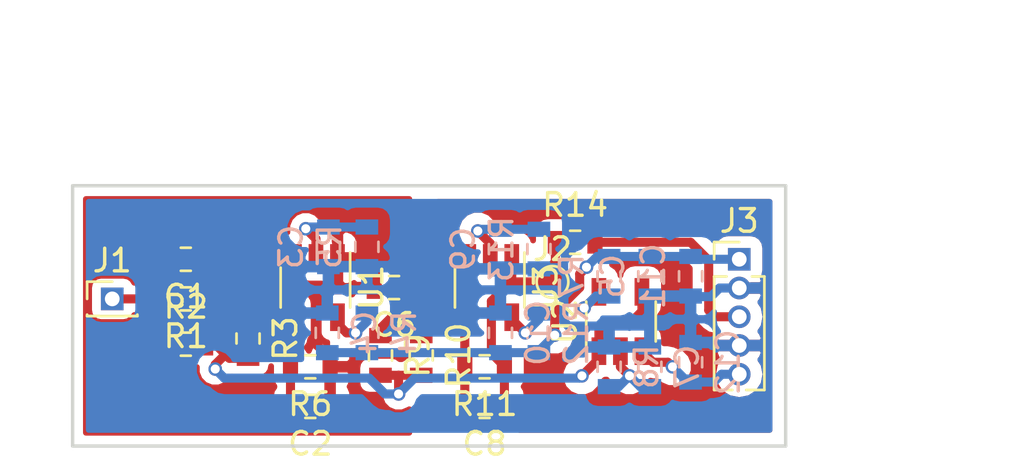
<source format=kicad_pcb>
(kicad_pcb (version 4) (host pcbnew 4.0.7-e2-6376~58~ubuntu16.04.1)

  (general
    (links 56)
    (no_connects 0)
    (area 145.424999 57.424999 176.575001 69.075001)
    (thickness 1.6)
    (drawings 6)
    (tracks 174)
    (zones 0)
    (modules 32)
    (nets 19)
  )

  (page A4)
  (layers
    (0 F.Cu signal)
    (31 B.Cu signal)
    (32 B.Adhes user)
    (33 F.Adhes user)
    (34 B.Paste user)
    (35 F.Paste user)
    (36 B.SilkS user)
    (37 F.SilkS user)
    (38 B.Mask user)
    (39 F.Mask user)
    (40 Dwgs.User user)
    (41 Cmts.User user)
    (42 Eco1.User user)
    (43 Eco2.User user)
    (44 Edge.Cuts user)
    (45 Margin user)
    (46 B.CrtYd user)
    (47 F.CrtYd user)
    (48 B.Fab user)
    (49 F.Fab user)
  )

  (setup
    (last_trace_width 0.4)
    (user_trace_width 0.4)
    (trace_clearance 0.2)
    (zone_clearance 0.384)
    (zone_45_only no)
    (trace_min 0.2)
    (segment_width 0.2)
    (edge_width 0.15)
    (via_size 0.6)
    (via_drill 0.4)
    (via_min_size 0.4)
    (via_min_drill 0.3)
    (user_via 1.2 0.8)
    (uvia_size 0.3)
    (uvia_drill 0.1)
    (uvias_allowed no)
    (uvia_min_size 0.2)
    (uvia_min_drill 0.1)
    (pcb_text_width 0.3)
    (pcb_text_size 1.5 1.5)
    (mod_edge_width 0.15)
    (mod_text_size 1 1)
    (mod_text_width 0.15)
    (pad_size 1.524 1.524)
    (pad_drill 0.762)
    (pad_to_mask_clearance 0.2)
    (aux_axis_origin 0 0)
    (visible_elements FFFFFB1F)
    (pcbplotparams
      (layerselection 0x00030_80000001)
      (usegerberextensions false)
      (excludeedgelayer true)
      (linewidth 0.100000)
      (plotframeref false)
      (viasonmask false)
      (mode 1)
      (useauxorigin false)
      (hpglpennumber 1)
      (hpglpenspeed 20)
      (hpglpendiameter 15)
      (hpglpenoverlay 2)
      (psnegative false)
      (psa4output false)
      (plotreference true)
      (plotvalue true)
      (plotinvisibletext false)
      (padsonsilk false)
      (subtractmaskfromsilk false)
      (outputformat 1)
      (mirror false)
      (drillshape 1)
      (scaleselection 1)
      (outputdirectory ""))
  )

  (net 0 "")
  (net 1 "Net-(C1-Pad1)")
  (net 2 "Net-(C1-Pad2)")
  (net 3 "Net-(C2-Pad2)")
  (net 4 "Net-(C3-Pad1)")
  (net 5 GNDA)
  (net 6 VDDA)
  (net 7 "Net-(C6-Pad1)")
  (net 8 "Net-(C7-Pad1)")
  (net 9 "Net-(C8-Pad2)")
  (net 10 "Net-(C9-Pad1)")
  (net 11 /v_ref_in)
  (net 12 /out)
  (net 13 /v_ref)
  (net 14 "Net-(R4-Pad2)")
  (net 15 "Net-(R7-Pad2)")
  (net 16 "Net-(R12-Pad2)")
  (net 17 /one)
  (net 18 /two)

  (net_class Default "This is the default net class."
    (clearance 0.2)
    (trace_width 0.25)
    (via_dia 0.6)
    (via_drill 0.4)
    (uvia_dia 0.3)
    (uvia_drill 0.1)
    (add_net /one)
    (add_net /out)
    (add_net /two)
    (add_net /v_ref)
    (add_net /v_ref_in)
    (add_net GNDA)
    (add_net "Net-(C1-Pad1)")
    (add_net "Net-(C1-Pad2)")
    (add_net "Net-(C2-Pad2)")
    (add_net "Net-(C3-Pad1)")
    (add_net "Net-(C6-Pad1)")
    (add_net "Net-(C7-Pad1)")
    (add_net "Net-(C8-Pad2)")
    (add_net "Net-(C9-Pad1)")
    (add_net "Net-(R12-Pad2)")
    (add_net "Net-(R4-Pad2)")
    (add_net "Net-(R7-Pad2)")
    (add_net VDDA)
  )

  (module Package_TO_SOT_SMD:TSOT-23-5 (layer F.Cu) (tedit 5A02FF57) (tstamp 5BDB5BE4)
    (at 156.25 62 270)
    (descr "5-pin TSOT23 package, http://cds.linear.com/docs/en/packaging/SOT_5_05-08-1635.pdf")
    (tags TSOT-23-5)
    (path /5BDB52FA)
    (attr smd)
    (fp_text reference U1 (at 0 -2.45 270) (layer F.SilkS)
      (effects (font (size 1 1) (thickness 0.15)))
    )
    (fp_text value ad8603 (at 0 2.5 270) (layer F.Fab)
      (effects (font (size 1 1) (thickness 0.15)))
    )
    (fp_text user %R (at 0 0 360) (layer F.Fab)
      (effects (font (size 0.5 0.5) (thickness 0.075)))
    )
    (fp_line (start -0.88 1.56) (end 0.88 1.56) (layer F.SilkS) (width 0.12))
    (fp_line (start 0.88 -1.51) (end -1.55 -1.51) (layer F.SilkS) (width 0.12))
    (fp_line (start -0.88 -1) (end -0.43 -1.45) (layer F.Fab) (width 0.1))
    (fp_line (start 0.88 -1.45) (end -0.43 -1.45) (layer F.Fab) (width 0.1))
    (fp_line (start -0.88 -1) (end -0.88 1.45) (layer F.Fab) (width 0.1))
    (fp_line (start 0.88 1.45) (end -0.88 1.45) (layer F.Fab) (width 0.1))
    (fp_line (start 0.88 -1.45) (end 0.88 1.45) (layer F.Fab) (width 0.1))
    (fp_line (start -2.17 -1.7) (end 2.17 -1.7) (layer F.CrtYd) (width 0.05))
    (fp_line (start -2.17 -1.7) (end -2.17 1.7) (layer F.CrtYd) (width 0.05))
    (fp_line (start 2.17 1.7) (end 2.17 -1.7) (layer F.CrtYd) (width 0.05))
    (fp_line (start 2.17 1.7) (end -2.17 1.7) (layer F.CrtYd) (width 0.05))
    (pad 1 smd rect (at -1.31 -0.95 270) (size 1.22 0.65) (layers F.Cu F.Paste F.Mask)
      (net 17 /one))
    (pad 2 smd rect (at -1.31 0 270) (size 1.22 0.65) (layers F.Cu F.Paste F.Mask)
      (net 4 "Net-(C3-Pad1)"))
    (pad 3 smd rect (at -1.31 0.95 270) (size 1.22 0.65) (layers F.Cu F.Paste F.Mask)
      (net 1 "Net-(C1-Pad1)"))
    (pad 4 smd rect (at 1.31 0.95 270) (size 1.22 0.65) (layers F.Cu F.Paste F.Mask)
      (net 3 "Net-(C2-Pad2)"))
    (pad 5 smd rect (at 1.31 -0.95 270) (size 1.22 0.65) (layers F.Cu F.Paste F.Mask)
      (net 14 "Net-(R4-Pad2)"))
    (model ${KISYS3DMOD}/Package_TO_SOT_SMD.3dshapes/TSOT-23-5.wrl
      (at (xyz 0 0 0))
      (scale (xyz 1 1 1))
      (rotate (xyz 0 0 0))
    )
  )

  (module Capacitor_SMD:C_0603_1608Metric (layer F.Cu) (tedit 59FE48B8) (tstamp 5BDB5B32)
    (at 150.5 60.75 180)
    (descr "Capacitor SMD 0603 (1608 Metric), square (rectangular) end terminal, IPC_7351 nominal, (Body size source: http://www.tortai-tech.com/upload/download/2011102023233369053.pdf), generated with kicad-footprint-generator")
    (tags capacitor)
    (path /5BDB5D35)
    (attr smd)
    (fp_text reference C1 (at 0 -1.65 180) (layer F.SilkS)
      (effects (font (size 1 1) (thickness 0.15)))
    )
    (fp_text value 4u7 (at 0 1.65 180) (layer F.Fab)
      (effects (font (size 1 1) (thickness 0.15)))
    )
    (fp_line (start -0.8 0.4) (end -0.8 -0.4) (layer F.Fab) (width 0.1))
    (fp_line (start -0.8 -0.4) (end 0.8 -0.4) (layer F.Fab) (width 0.1))
    (fp_line (start 0.8 -0.4) (end 0.8 0.4) (layer F.Fab) (width 0.1))
    (fp_line (start 0.8 0.4) (end -0.8 0.4) (layer F.Fab) (width 0.1))
    (fp_line (start -0.22 -0.51) (end 0.22 -0.51) (layer F.SilkS) (width 0.12))
    (fp_line (start -0.22 0.51) (end 0.22 0.51) (layer F.SilkS) (width 0.12))
    (fp_line (start -1.46 0.75) (end -1.46 -0.75) (layer F.CrtYd) (width 0.05))
    (fp_line (start -1.46 -0.75) (end 1.46 -0.75) (layer F.CrtYd) (width 0.05))
    (fp_line (start 1.46 -0.75) (end 1.46 0.75) (layer F.CrtYd) (width 0.05))
    (fp_line (start 1.46 0.75) (end -1.46 0.75) (layer F.CrtYd) (width 0.05))
    (fp_text user %R (at 0 0 180) (layer F.Fab)
      (effects (font (size 0.5 0.5) (thickness 0.08)))
    )
    (pad 1 smd rect (at -0.875 0 180) (size 0.67 1) (layers F.Cu F.Paste F.Mask)
      (net 1 "Net-(C1-Pad1)"))
    (pad 2 smd rect (at 0.875 0 180) (size 0.67 1) (layers F.Cu F.Paste F.Mask)
      (net 2 "Net-(C1-Pad2)"))
    (model ${KISYS3DMOD}/Capacitor_SMD.3dshapes/C_0603_1608Metric.wrl
      (at (xyz 0 0 0))
      (scale (xyz 1 1 1))
      (rotate (xyz 0 0 0))
    )
  )

  (module Capacitor_SMD:C_0603_1608Metric (layer F.Cu) (tedit 59FE48B8) (tstamp 5BDB5B38)
    (at 156 67.25 180)
    (descr "Capacitor SMD 0603 (1608 Metric), square (rectangular) end terminal, IPC_7351 nominal, (Body size source: http://www.tortai-tech.com/upload/download/2011102023233369053.pdf), generated with kicad-footprint-generator")
    (tags capacitor)
    (path /5BDB8BA2)
    (attr smd)
    (fp_text reference C2 (at 0 -1.65 180) (layer F.SilkS)
      (effects (font (size 1 1) (thickness 0.15)))
    )
    (fp_text value 2n2 (at 0 1.65 180) (layer F.Fab)
      (effects (font (size 1 1) (thickness 0.15)))
    )
    (fp_line (start -0.8 0.4) (end -0.8 -0.4) (layer F.Fab) (width 0.1))
    (fp_line (start -0.8 -0.4) (end 0.8 -0.4) (layer F.Fab) (width 0.1))
    (fp_line (start 0.8 -0.4) (end 0.8 0.4) (layer F.Fab) (width 0.1))
    (fp_line (start 0.8 0.4) (end -0.8 0.4) (layer F.Fab) (width 0.1))
    (fp_line (start -0.22 -0.51) (end 0.22 -0.51) (layer F.SilkS) (width 0.12))
    (fp_line (start -0.22 0.51) (end 0.22 0.51) (layer F.SilkS) (width 0.12))
    (fp_line (start -1.46 0.75) (end -1.46 -0.75) (layer F.CrtYd) (width 0.05))
    (fp_line (start -1.46 -0.75) (end 1.46 -0.75) (layer F.CrtYd) (width 0.05))
    (fp_line (start 1.46 -0.75) (end 1.46 0.75) (layer F.CrtYd) (width 0.05))
    (fp_line (start 1.46 0.75) (end -1.46 0.75) (layer F.CrtYd) (width 0.05))
    (fp_text user %R (at 0 0 180) (layer F.Fab)
      (effects (font (size 0.5 0.5) (thickness 0.08)))
    )
    (pad 1 smd rect (at -0.875 0 180) (size 0.67 1) (layers F.Cu F.Paste F.Mask)
      (net 17 /one))
    (pad 2 smd rect (at 0.875 0 180) (size 0.67 1) (layers F.Cu F.Paste F.Mask)
      (net 3 "Net-(C2-Pad2)"))
    (model ${KISYS3DMOD}/Capacitor_SMD.3dshapes/C_0603_1608Metric.wrl
      (at (xyz 0 0 0))
      (scale (xyz 1 1 1))
      (rotate (xyz 0 0 0))
    )
  )

  (module Capacitor_SMD:C_0603_1608Metric (layer B.Cu) (tedit 59FE48B8) (tstamp 5BDB5B3E)
    (at 156.8 60.2 270)
    (descr "Capacitor SMD 0603 (1608 Metric), square (rectangular) end terminal, IPC_7351 nominal, (Body size source: http://www.tortai-tech.com/upload/download/2011102023233369053.pdf), generated with kicad-footprint-generator")
    (tags capacitor)
    (path /5BDB57A7)
    (attr smd)
    (fp_text reference C3 (at 0 1.65 270) (layer B.SilkS)
      (effects (font (size 1 1) (thickness 0.15)) (justify mirror))
    )
    (fp_text value 2n2 (at 0 -1.65 270) (layer B.Fab)
      (effects (font (size 1 1) (thickness 0.15)) (justify mirror))
    )
    (fp_line (start -0.8 -0.4) (end -0.8 0.4) (layer B.Fab) (width 0.1))
    (fp_line (start -0.8 0.4) (end 0.8 0.4) (layer B.Fab) (width 0.1))
    (fp_line (start 0.8 0.4) (end 0.8 -0.4) (layer B.Fab) (width 0.1))
    (fp_line (start 0.8 -0.4) (end -0.8 -0.4) (layer B.Fab) (width 0.1))
    (fp_line (start -0.22 0.51) (end 0.22 0.51) (layer B.SilkS) (width 0.12))
    (fp_line (start -0.22 -0.51) (end 0.22 -0.51) (layer B.SilkS) (width 0.12))
    (fp_line (start -1.46 -0.75) (end -1.46 0.75) (layer B.CrtYd) (width 0.05))
    (fp_line (start -1.46 0.75) (end 1.46 0.75) (layer B.CrtYd) (width 0.05))
    (fp_line (start 1.46 0.75) (end 1.46 -0.75) (layer B.CrtYd) (width 0.05))
    (fp_line (start 1.46 -0.75) (end -1.46 -0.75) (layer B.CrtYd) (width 0.05))
    (fp_text user %R (at 0 0 270) (layer B.Fab)
      (effects (font (size 0.5 0.5) (thickness 0.08)) (justify mirror))
    )
    (pad 1 smd rect (at -0.875 0 270) (size 0.67 1) (layers B.Cu B.Paste B.Mask)
      (net 4 "Net-(C3-Pad1)"))
    (pad 2 smd rect (at 0.875 0 270) (size 0.67 1) (layers B.Cu B.Paste B.Mask)
      (net 5 GNDA))
    (model ${KISYS3DMOD}/Capacitor_SMD.3dshapes/C_0603_1608Metric.wrl
      (at (xyz 0 0 0))
      (scale (xyz 1 1 1))
      (rotate (xyz 0 0 0))
    )
  )

  (module Capacitor_SMD:C_0603_1608Metric (layer B.Cu) (tedit 59FE48B8) (tstamp 5BDB5B44)
    (at 156.75 64 90)
    (descr "Capacitor SMD 0603 (1608 Metric), square (rectangular) end terminal, IPC_7351 nominal, (Body size source: http://www.tortai-tech.com/upload/download/2011102023233369053.pdf), generated with kicad-footprint-generator")
    (tags capacitor)
    (path /5BDB53EE)
    (attr smd)
    (fp_text reference C4 (at 0 1.65 90) (layer B.SilkS)
      (effects (font (size 1 1) (thickness 0.15)) (justify mirror))
    )
    (fp_text value 2n2 (at 0 -1.65 90) (layer B.Fab)
      (effects (font (size 1 1) (thickness 0.15)) (justify mirror))
    )
    (fp_line (start -0.8 -0.4) (end -0.8 0.4) (layer B.Fab) (width 0.1))
    (fp_line (start -0.8 0.4) (end 0.8 0.4) (layer B.Fab) (width 0.1))
    (fp_line (start 0.8 0.4) (end 0.8 -0.4) (layer B.Fab) (width 0.1))
    (fp_line (start 0.8 -0.4) (end -0.8 -0.4) (layer B.Fab) (width 0.1))
    (fp_line (start -0.22 0.51) (end 0.22 0.51) (layer B.SilkS) (width 0.12))
    (fp_line (start -0.22 -0.51) (end 0.22 -0.51) (layer B.SilkS) (width 0.12))
    (fp_line (start -1.46 -0.75) (end -1.46 0.75) (layer B.CrtYd) (width 0.05))
    (fp_line (start -1.46 0.75) (end 1.46 0.75) (layer B.CrtYd) (width 0.05))
    (fp_line (start 1.46 0.75) (end 1.46 -0.75) (layer B.CrtYd) (width 0.05))
    (fp_line (start 1.46 -0.75) (end -1.46 -0.75) (layer B.CrtYd) (width 0.05))
    (fp_text user %R (at 0 0 90) (layer B.Fab)
      (effects (font (size 0.5 0.5) (thickness 0.08)) (justify mirror))
    )
    (pad 1 smd rect (at -0.875 0 90) (size 0.67 1) (layers B.Cu B.Paste B.Mask)
      (net 6 VDDA))
    (pad 2 smd rect (at 0.875 0 90) (size 0.67 1) (layers B.Cu B.Paste B.Mask)
      (net 5 GNDA))
    (model ${KISYS3DMOD}/Capacitor_SMD.3dshapes/C_0603_1608Metric.wrl
      (at (xyz 0 0 0))
      (scale (xyz 1 1 1))
      (rotate (xyz 0 0 0))
    )
  )

  (module Capacitor_SMD:C_0603_1608Metric (layer B.Cu) (tedit 59FE48B8) (tstamp 5BDB5B4A)
    (at 171 61.5 270)
    (descr "Capacitor SMD 0603 (1608 Metric), square (rectangular) end terminal, IPC_7351 nominal, (Body size source: http://www.tortai-tech.com/upload/download/2011102023233369053.pdf), generated with kicad-footprint-generator")
    (tags capacitor)
    (path /5BDBB7EF)
    (attr smd)
    (fp_text reference C5 (at 0 1.65 270) (layer B.SilkS)
      (effects (font (size 1 1) (thickness 0.15)) (justify mirror))
    )
    (fp_text value 2n2 (at 0 -1.65 270) (layer B.Fab)
      (effects (font (size 1 1) (thickness 0.15)) (justify mirror))
    )
    (fp_line (start -0.8 -0.4) (end -0.8 0.4) (layer B.Fab) (width 0.1))
    (fp_line (start -0.8 0.4) (end 0.8 0.4) (layer B.Fab) (width 0.1))
    (fp_line (start 0.8 0.4) (end 0.8 -0.4) (layer B.Fab) (width 0.1))
    (fp_line (start 0.8 -0.4) (end -0.8 -0.4) (layer B.Fab) (width 0.1))
    (fp_line (start -0.22 0.51) (end 0.22 0.51) (layer B.SilkS) (width 0.12))
    (fp_line (start -0.22 -0.51) (end 0.22 -0.51) (layer B.SilkS) (width 0.12))
    (fp_line (start -1.46 -0.75) (end -1.46 0.75) (layer B.CrtYd) (width 0.05))
    (fp_line (start -1.46 0.75) (end 1.46 0.75) (layer B.CrtYd) (width 0.05))
    (fp_line (start 1.46 0.75) (end 1.46 -0.75) (layer B.CrtYd) (width 0.05))
    (fp_line (start 1.46 -0.75) (end -1.46 -0.75) (layer B.CrtYd) (width 0.05))
    (fp_text user %R (at 0 0 270) (layer B.Fab)
      (effects (font (size 0.5 0.5) (thickness 0.08)) (justify mirror))
    )
    (pad 1 smd rect (at -0.875 0 270) (size 0.67 1) (layers B.Cu B.Paste B.Mask)
      (net 6 VDDA))
    (pad 2 smd rect (at 0.875 0 270) (size 0.67 1) (layers B.Cu B.Paste B.Mask)
      (net 5 GNDA))
    (model ${KISYS3DMOD}/Capacitor_SMD.3dshapes/C_0603_1608Metric.wrl
      (at (xyz 0 0 0))
      (scale (xyz 1 1 1))
      (rotate (xyz 0 0 0))
    )
  )

  (module Capacitor_SMD:C_0603_1608Metric (layer F.Cu) (tedit 59FE48B8) (tstamp 5BDB5B50)
    (at 159.7 62 180)
    (descr "Capacitor SMD 0603 (1608 Metric), square (rectangular) end terminal, IPC_7351 nominal, (Body size source: http://www.tortai-tech.com/upload/download/2011102023233369053.pdf), generated with kicad-footprint-generator")
    (tags capacitor)
    (path /5BDB84E4)
    (attr smd)
    (fp_text reference C6 (at 0 -1.65 180) (layer F.SilkS)
      (effects (font (size 1 1) (thickness 0.15)))
    )
    (fp_text value 4u7 (at 0 1.65 180) (layer F.Fab)
      (effects (font (size 1 1) (thickness 0.15)))
    )
    (fp_line (start -0.8 0.4) (end -0.8 -0.4) (layer F.Fab) (width 0.1))
    (fp_line (start -0.8 -0.4) (end 0.8 -0.4) (layer F.Fab) (width 0.1))
    (fp_line (start 0.8 -0.4) (end 0.8 0.4) (layer F.Fab) (width 0.1))
    (fp_line (start 0.8 0.4) (end -0.8 0.4) (layer F.Fab) (width 0.1))
    (fp_line (start -0.22 -0.51) (end 0.22 -0.51) (layer F.SilkS) (width 0.12))
    (fp_line (start -0.22 0.51) (end 0.22 0.51) (layer F.SilkS) (width 0.12))
    (fp_line (start -1.46 0.75) (end -1.46 -0.75) (layer F.CrtYd) (width 0.05))
    (fp_line (start -1.46 -0.75) (end 1.46 -0.75) (layer F.CrtYd) (width 0.05))
    (fp_line (start 1.46 -0.75) (end 1.46 0.75) (layer F.CrtYd) (width 0.05))
    (fp_line (start 1.46 0.75) (end -1.46 0.75) (layer F.CrtYd) (width 0.05))
    (fp_text user %R (at 0 0 180) (layer F.Fab)
      (effects (font (size 0.5 0.5) (thickness 0.08)))
    )
    (pad 1 smd rect (at -0.875 0 180) (size 0.67 1) (layers F.Cu F.Paste F.Mask)
      (net 7 "Net-(C6-Pad1)"))
    (pad 2 smd rect (at 0.875 0 180) (size 0.67 1) (layers F.Cu F.Paste F.Mask)
      (net 17 /one))
    (model ${KISYS3DMOD}/Capacitor_SMD.3dshapes/C_0603_1608Metric.wrl
      (at (xyz 0 0 0))
      (scale (xyz 1 1 1))
      (rotate (xyz 0 0 0))
    )
  )

  (module Capacitor_SMD:C_0603_1608Metric (layer B.Cu) (tedit 59FE48B8) (tstamp 5BDB5B56)
    (at 171 65.5 90)
    (descr "Capacitor SMD 0603 (1608 Metric), square (rectangular) end terminal, IPC_7351 nominal, (Body size source: http://www.tortai-tech.com/upload/download/2011102023233369053.pdf), generated with kicad-footprint-generator")
    (tags capacitor)
    (path /5BDBB80F)
    (attr smd)
    (fp_text reference C7 (at 0 1.65 90) (layer B.SilkS)
      (effects (font (size 1 1) (thickness 0.15)) (justify mirror))
    )
    (fp_text value 2n2 (at 0 -1.65 90) (layer B.Fab)
      (effects (font (size 1 1) (thickness 0.15)) (justify mirror))
    )
    (fp_line (start -0.8 -0.4) (end -0.8 0.4) (layer B.Fab) (width 0.1))
    (fp_line (start -0.8 0.4) (end 0.8 0.4) (layer B.Fab) (width 0.1))
    (fp_line (start 0.8 0.4) (end 0.8 -0.4) (layer B.Fab) (width 0.1))
    (fp_line (start 0.8 -0.4) (end -0.8 -0.4) (layer B.Fab) (width 0.1))
    (fp_line (start -0.22 0.51) (end 0.22 0.51) (layer B.SilkS) (width 0.12))
    (fp_line (start -0.22 -0.51) (end 0.22 -0.51) (layer B.SilkS) (width 0.12))
    (fp_line (start -1.46 -0.75) (end -1.46 0.75) (layer B.CrtYd) (width 0.05))
    (fp_line (start -1.46 0.75) (end 1.46 0.75) (layer B.CrtYd) (width 0.05))
    (fp_line (start 1.46 0.75) (end 1.46 -0.75) (layer B.CrtYd) (width 0.05))
    (fp_line (start 1.46 -0.75) (end -1.46 -0.75) (layer B.CrtYd) (width 0.05))
    (fp_text user %R (at 0 0 90) (layer B.Fab)
      (effects (font (size 0.5 0.5) (thickness 0.08)) (justify mirror))
    )
    (pad 1 smd rect (at -0.875 0 90) (size 0.67 1) (layers B.Cu B.Paste B.Mask)
      (net 8 "Net-(C7-Pad1)"))
    (pad 2 smd rect (at 0.875 0 90) (size 0.67 1) (layers B.Cu B.Paste B.Mask)
      (net 5 GNDA))
    (model ${KISYS3DMOD}/Capacitor_SMD.3dshapes/C_0603_1608Metric.wrl
      (at (xyz 0 0 0))
      (scale (xyz 1 1 1))
      (rotate (xyz 0 0 0))
    )
  )

  (module Capacitor_SMD:C_0603_1608Metric (layer F.Cu) (tedit 59FE48B8) (tstamp 5BDB5B5C)
    (at 163.7 67.25 180)
    (descr "Capacitor SMD 0603 (1608 Metric), square (rectangular) end terminal, IPC_7351 nominal, (Body size source: http://www.tortai-tech.com/upload/download/2011102023233369053.pdf), generated with kicad-footprint-generator")
    (tags capacitor)
    (path /5BDB9718)
    (attr smd)
    (fp_text reference C8 (at 0 -1.65 180) (layer F.SilkS)
      (effects (font (size 1 1) (thickness 0.15)))
    )
    (fp_text value 2n2 (at 0 1.65 180) (layer F.Fab)
      (effects (font (size 1 1) (thickness 0.15)))
    )
    (fp_line (start -0.8 0.4) (end -0.8 -0.4) (layer F.Fab) (width 0.1))
    (fp_line (start -0.8 -0.4) (end 0.8 -0.4) (layer F.Fab) (width 0.1))
    (fp_line (start 0.8 -0.4) (end 0.8 0.4) (layer F.Fab) (width 0.1))
    (fp_line (start 0.8 0.4) (end -0.8 0.4) (layer F.Fab) (width 0.1))
    (fp_line (start -0.22 -0.51) (end 0.22 -0.51) (layer F.SilkS) (width 0.12))
    (fp_line (start -0.22 0.51) (end 0.22 0.51) (layer F.SilkS) (width 0.12))
    (fp_line (start -1.46 0.75) (end -1.46 -0.75) (layer F.CrtYd) (width 0.05))
    (fp_line (start -1.46 -0.75) (end 1.46 -0.75) (layer F.CrtYd) (width 0.05))
    (fp_line (start 1.46 -0.75) (end 1.46 0.75) (layer F.CrtYd) (width 0.05))
    (fp_line (start 1.46 0.75) (end -1.46 0.75) (layer F.CrtYd) (width 0.05))
    (fp_text user %R (at 0 0 180) (layer F.Fab)
      (effects (font (size 0.5 0.5) (thickness 0.08)))
    )
    (pad 1 smd rect (at -0.875 0 180) (size 0.67 1) (layers F.Cu F.Paste F.Mask)
      (net 18 /two))
    (pad 2 smd rect (at 0.875 0 180) (size 0.67 1) (layers F.Cu F.Paste F.Mask)
      (net 9 "Net-(C8-Pad2)"))
    (model ${KISYS3DMOD}/Capacitor_SMD.3dshapes/C_0603_1608Metric.wrl
      (at (xyz 0 0 0))
      (scale (xyz 1 1 1))
      (rotate (xyz 0 0 0))
    )
  )

  (module Capacitor_SMD:C_0603_1608Metric (layer B.Cu) (tedit 59FE48B8) (tstamp 5BDB5B62)
    (at 164.4 60.3 270)
    (descr "Capacitor SMD 0603 (1608 Metric), square (rectangular) end terminal, IPC_7351 nominal, (Body size source: http://www.tortai-tech.com/upload/download/2011102023233369053.pdf), generated with kicad-footprint-generator")
    (tags capacitor)
    (path /5BDB92EC)
    (attr smd)
    (fp_text reference C9 (at 0 1.65 270) (layer B.SilkS)
      (effects (font (size 1 1) (thickness 0.15)) (justify mirror))
    )
    (fp_text value 2n2 (at 0 -1.65 270) (layer B.Fab)
      (effects (font (size 1 1) (thickness 0.15)) (justify mirror))
    )
    (fp_line (start -0.8 -0.4) (end -0.8 0.4) (layer B.Fab) (width 0.1))
    (fp_line (start -0.8 0.4) (end 0.8 0.4) (layer B.Fab) (width 0.1))
    (fp_line (start 0.8 0.4) (end 0.8 -0.4) (layer B.Fab) (width 0.1))
    (fp_line (start 0.8 -0.4) (end -0.8 -0.4) (layer B.Fab) (width 0.1))
    (fp_line (start -0.22 0.51) (end 0.22 0.51) (layer B.SilkS) (width 0.12))
    (fp_line (start -0.22 -0.51) (end 0.22 -0.51) (layer B.SilkS) (width 0.12))
    (fp_line (start -1.46 -0.75) (end -1.46 0.75) (layer B.CrtYd) (width 0.05))
    (fp_line (start -1.46 0.75) (end 1.46 0.75) (layer B.CrtYd) (width 0.05))
    (fp_line (start 1.46 0.75) (end 1.46 -0.75) (layer B.CrtYd) (width 0.05))
    (fp_line (start 1.46 -0.75) (end -1.46 -0.75) (layer B.CrtYd) (width 0.05))
    (fp_text user %R (at 0 0 270) (layer B.Fab)
      (effects (font (size 0.5 0.5) (thickness 0.08)) (justify mirror))
    )
    (pad 1 smd rect (at -0.875 0 270) (size 0.67 1) (layers B.Cu B.Paste B.Mask)
      (net 10 "Net-(C9-Pad1)"))
    (pad 2 smd rect (at 0.875 0 270) (size 0.67 1) (layers B.Cu B.Paste B.Mask)
      (net 5 GNDA))
    (model ${KISYS3DMOD}/Capacitor_SMD.3dshapes/C_0603_1608Metric.wrl
      (at (xyz 0 0 0))
      (scale (xyz 1 1 1))
      (rotate (xyz 0 0 0))
    )
  )

  (module Capacitor_SMD:C_0603_1608Metric (layer B.Cu) (tedit 59FE48B8) (tstamp 5BDB5B68)
    (at 164.4 64 90)
    (descr "Capacitor SMD 0603 (1608 Metric), square (rectangular) end terminal, IPC_7351 nominal, (Body size source: http://www.tortai-tech.com/upload/download/2011102023233369053.pdf), generated with kicad-footprint-generator")
    (tags capacitor)
    (path /5BDB92CB)
    (attr smd)
    (fp_text reference C10 (at 0 1.65 90) (layer B.SilkS)
      (effects (font (size 1 1) (thickness 0.15)) (justify mirror))
    )
    (fp_text value 2n2 (at 0 -1.65 90) (layer B.Fab)
      (effects (font (size 1 1) (thickness 0.15)) (justify mirror))
    )
    (fp_line (start -0.8 -0.4) (end -0.8 0.4) (layer B.Fab) (width 0.1))
    (fp_line (start -0.8 0.4) (end 0.8 0.4) (layer B.Fab) (width 0.1))
    (fp_line (start 0.8 0.4) (end 0.8 -0.4) (layer B.Fab) (width 0.1))
    (fp_line (start 0.8 -0.4) (end -0.8 -0.4) (layer B.Fab) (width 0.1))
    (fp_line (start -0.22 0.51) (end 0.22 0.51) (layer B.SilkS) (width 0.12))
    (fp_line (start -0.22 -0.51) (end 0.22 -0.51) (layer B.SilkS) (width 0.12))
    (fp_line (start -1.46 -0.75) (end -1.46 0.75) (layer B.CrtYd) (width 0.05))
    (fp_line (start -1.46 0.75) (end 1.46 0.75) (layer B.CrtYd) (width 0.05))
    (fp_line (start 1.46 0.75) (end 1.46 -0.75) (layer B.CrtYd) (width 0.05))
    (fp_line (start 1.46 -0.75) (end -1.46 -0.75) (layer B.CrtYd) (width 0.05))
    (fp_text user %R (at 0 0 90) (layer B.Fab)
      (effects (font (size 0.5 0.5) (thickness 0.08)) (justify mirror))
    )
    (pad 1 smd rect (at -0.875 0 90) (size 0.67 1) (layers B.Cu B.Paste B.Mask)
      (net 6 VDDA))
    (pad 2 smd rect (at 0.875 0 90) (size 0.67 1) (layers B.Cu B.Paste B.Mask)
      (net 5 GNDA))
    (model ${KISYS3DMOD}/Capacitor_SMD.3dshapes/C_0603_1608Metric.wrl
      (at (xyz 0 0 0))
      (scale (xyz 1 1 1))
      (rotate (xyz 0 0 0))
    )
  )

  (module Capacitor_SMD:C_0603_1608Metric (layer B.Cu) (tedit 59FE48B8) (tstamp 5BDB5B6E)
    (at 172.8 61.5 270)
    (descr "Capacitor SMD 0603 (1608 Metric), square (rectangular) end terminal, IPC_7351 nominal, (Body size source: http://www.tortai-tech.com/upload/download/2011102023233369053.pdf), generated with kicad-footprint-generator")
    (tags capacitor)
    (path /5BDB5D43)
    (attr smd)
    (fp_text reference C11 (at 0 1.65 270) (layer B.SilkS)
      (effects (font (size 1 1) (thickness 0.15)) (justify mirror))
    )
    (fp_text value 100n (at 0 -1.65 270) (layer B.Fab)
      (effects (font (size 1 1) (thickness 0.15)) (justify mirror))
    )
    (fp_line (start -0.8 -0.4) (end -0.8 0.4) (layer B.Fab) (width 0.1))
    (fp_line (start -0.8 0.4) (end 0.8 0.4) (layer B.Fab) (width 0.1))
    (fp_line (start 0.8 0.4) (end 0.8 -0.4) (layer B.Fab) (width 0.1))
    (fp_line (start 0.8 -0.4) (end -0.8 -0.4) (layer B.Fab) (width 0.1))
    (fp_line (start -0.22 0.51) (end 0.22 0.51) (layer B.SilkS) (width 0.12))
    (fp_line (start -0.22 -0.51) (end 0.22 -0.51) (layer B.SilkS) (width 0.12))
    (fp_line (start -1.46 -0.75) (end -1.46 0.75) (layer B.CrtYd) (width 0.05))
    (fp_line (start -1.46 0.75) (end 1.46 0.75) (layer B.CrtYd) (width 0.05))
    (fp_line (start 1.46 0.75) (end 1.46 -0.75) (layer B.CrtYd) (width 0.05))
    (fp_line (start 1.46 -0.75) (end -1.46 -0.75) (layer B.CrtYd) (width 0.05))
    (fp_text user %R (at 0 0 270) (layer B.Fab)
      (effects (font (size 0.5 0.5) (thickness 0.08)) (justify mirror))
    )
    (pad 1 smd rect (at -0.875 0 270) (size 0.67 1) (layers B.Cu B.Paste B.Mask)
      (net 6 VDDA))
    (pad 2 smd rect (at 0.875 0 270) (size 0.67 1) (layers B.Cu B.Paste B.Mask)
      (net 5 GNDA))
    (model ${KISYS3DMOD}/Capacitor_SMD.3dshapes/C_0603_1608Metric.wrl
      (at (xyz 0 0 0))
      (scale (xyz 1 1 1))
      (rotate (xyz 0 0 0))
    )
  )

  (module Capacitor_SMD:C_0603_1608Metric (layer B.Cu) (tedit 59FE48B8) (tstamp 5BDB5B74)
    (at 172.8 65.3 90)
    (descr "Capacitor SMD 0603 (1608 Metric), square (rectangular) end terminal, IPC_7351 nominal, (Body size source: http://www.tortai-tech.com/upload/download/2011102023233369053.pdf), generated with kicad-footprint-generator")
    (tags capacitor)
    (path /5BDB5D41)
    (attr smd)
    (fp_text reference C12 (at 0 1.65 90) (layer B.SilkS)
      (effects (font (size 1 1) (thickness 0.15)) (justify mirror))
    )
    (fp_text value 100n (at 0 -1.65 90) (layer B.Fab)
      (effects (font (size 1 1) (thickness 0.15)) (justify mirror))
    )
    (fp_line (start -0.8 -0.4) (end -0.8 0.4) (layer B.Fab) (width 0.1))
    (fp_line (start -0.8 0.4) (end 0.8 0.4) (layer B.Fab) (width 0.1))
    (fp_line (start 0.8 0.4) (end 0.8 -0.4) (layer B.Fab) (width 0.1))
    (fp_line (start 0.8 -0.4) (end -0.8 -0.4) (layer B.Fab) (width 0.1))
    (fp_line (start -0.22 0.51) (end 0.22 0.51) (layer B.SilkS) (width 0.12))
    (fp_line (start -0.22 -0.51) (end 0.22 -0.51) (layer B.SilkS) (width 0.12))
    (fp_line (start -1.46 -0.75) (end -1.46 0.75) (layer B.CrtYd) (width 0.05))
    (fp_line (start -1.46 0.75) (end 1.46 0.75) (layer B.CrtYd) (width 0.05))
    (fp_line (start 1.46 0.75) (end 1.46 -0.75) (layer B.CrtYd) (width 0.05))
    (fp_line (start 1.46 -0.75) (end -1.46 -0.75) (layer B.CrtYd) (width 0.05))
    (fp_text user %R (at 0 0 90) (layer B.Fab)
      (effects (font (size 0.5 0.5) (thickness 0.08)) (justify mirror))
    )
    (pad 1 smd rect (at -0.875 0 90) (size 0.67 1) (layers B.Cu B.Paste B.Mask)
      (net 11 /v_ref_in))
    (pad 2 smd rect (at 0.875 0 90) (size 0.67 1) (layers B.Cu B.Paste B.Mask)
      (net 5 GNDA))
    (model ${KISYS3DMOD}/Capacitor_SMD.3dshapes/C_0603_1608Metric.wrl
      (at (xyz 0 0 0))
      (scale (xyz 1 1 1))
      (rotate (xyz 0 0 0))
    )
  )

  (module Connector_PinHeader_1.27mm:PinHeader_1x01_P1.27mm_Vertical (layer F.Cu) (tedit 59FED6E3) (tstamp 5BDB5B79)
    (at 147.25 62.5)
    (descr "Through hole straight pin header, 1x01, 1.27mm pitch, single row")
    (tags "Through hole pin header THT 1x01 1.27mm single row")
    (path /5BDB66D3)
    (fp_text reference J1 (at 0 -1.695) (layer F.SilkS)
      (effects (font (size 1 1) (thickness 0.15)))
    )
    (fp_text value CONN_01X01 (at 0 1.695) (layer F.Fab)
      (effects (font (size 1 1) (thickness 0.15)))
    )
    (fp_line (start -0.525 -0.635) (end 1.05 -0.635) (layer F.Fab) (width 0.1))
    (fp_line (start 1.05 -0.635) (end 1.05 0.635) (layer F.Fab) (width 0.1))
    (fp_line (start 1.05 0.635) (end -1.05 0.635) (layer F.Fab) (width 0.1))
    (fp_line (start -1.05 0.635) (end -1.05 -0.11) (layer F.Fab) (width 0.1))
    (fp_line (start -1.05 -0.11) (end -0.525 -0.635) (layer F.Fab) (width 0.1))
    (fp_line (start -1.11 0.76) (end 1.11 0.76) (layer F.SilkS) (width 0.12))
    (fp_line (start -1.11 0.76) (end -1.11 0.695) (layer F.SilkS) (width 0.12))
    (fp_line (start 1.11 0.76) (end 1.11 0.695) (layer F.SilkS) (width 0.12))
    (fp_line (start -1.11 0.76) (end -0.563471 0.76) (layer F.SilkS) (width 0.12))
    (fp_line (start 0.563471 0.76) (end 1.11 0.76) (layer F.SilkS) (width 0.12))
    (fp_line (start -1.11 0) (end -1.11 -0.76) (layer F.SilkS) (width 0.12))
    (fp_line (start -1.11 -0.76) (end 0 -0.76) (layer F.SilkS) (width 0.12))
    (fp_line (start -1.55 -1.15) (end -1.55 1.15) (layer F.CrtYd) (width 0.05))
    (fp_line (start -1.55 1.15) (end 1.55 1.15) (layer F.CrtYd) (width 0.05))
    (fp_line (start 1.55 1.15) (end 1.55 -1.15) (layer F.CrtYd) (width 0.05))
    (fp_line (start 1.55 -1.15) (end -1.55 -1.15) (layer F.CrtYd) (width 0.05))
    (fp_text user %R (at 0 0 90) (layer F.Fab)
      (effects (font (size 1 1) (thickness 0.15)))
    )
    (pad 1 thru_hole rect (at 0 0) (size 1 1) (drill 0.65) (layers *.Cu *.Mask)
      (net 2 "Net-(C1-Pad2)"))
    (model ${KISYS3DMOD}/Connector_PinHeader_1.27mm.3dshapes/PinHeader_1x01_P1.27mm_Vertical.wrl
      (at (xyz 0 0 0))
      (scale (xyz 1 1 1))
      (rotate (xyz 0 0 0))
    )
  )

  (module TestPoint:TestPoint_Pad_D1.0mm (layer F.Cu) (tedit 5A0F774F) (tstamp 5BDB5B7E)
    (at 166.7 61.75)
    (descr "SMD pad as test Point, diameter 1.0mm")
    (tags "test point SMD pad")
    (path /5BDB5D36)
    (attr virtual)
    (fp_text reference J2 (at 0 -1.448) (layer F.SilkS)
      (effects (font (size 1 1) (thickness 0.15)))
    )
    (fp_text value test (at 0 1.55) (layer F.Fab)
      (effects (font (size 1 1) (thickness 0.15)))
    )
    (fp_text user %R (at 0 -1.45) (layer F.Fab)
      (effects (font (size 1 1) (thickness 0.15)))
    )
    (fp_circle (center 0 0) (end 1 0) (layer F.CrtYd) (width 0.05))
    (fp_circle (center 0 0) (end 0 0.7) (layer F.SilkS) (width 0.12))
    (pad 1 smd circle (at 0 0) (size 1 1) (layers F.Cu F.Mask)
      (net 18 /two))
  )

  (module Connector_PinHeader_1.27mm:PinHeader_1x05_P1.27mm_Vertical (layer F.Cu) (tedit 59FED6E3) (tstamp 5BDB5B87)
    (at 174.95 60.75)
    (descr "Through hole straight pin header, 1x05, 1.27mm pitch, single row")
    (tags "Through hole pin header THT 1x05 1.27mm single row")
    (path /5BDB5D3B)
    (fp_text reference J3 (at 0 -1.695) (layer F.SilkS)
      (effects (font (size 1 1) (thickness 0.15)))
    )
    (fp_text value Conn_01x05 (at 0 6.775) (layer F.Fab)
      (effects (font (size 1 1) (thickness 0.15)))
    )
    (fp_line (start -0.525 -0.635) (end 1.05 -0.635) (layer F.Fab) (width 0.1))
    (fp_line (start 1.05 -0.635) (end 1.05 5.715) (layer F.Fab) (width 0.1))
    (fp_line (start 1.05 5.715) (end -1.05 5.715) (layer F.Fab) (width 0.1))
    (fp_line (start -1.05 5.715) (end -1.05 -0.11) (layer F.Fab) (width 0.1))
    (fp_line (start -1.05 -0.11) (end -0.525 -0.635) (layer F.Fab) (width 0.1))
    (fp_line (start -1.11 5.775) (end -0.30753 5.775) (layer F.SilkS) (width 0.12))
    (fp_line (start 0.30753 5.775) (end 1.11 5.775) (layer F.SilkS) (width 0.12))
    (fp_line (start -1.11 0.76) (end -1.11 5.775) (layer F.SilkS) (width 0.12))
    (fp_line (start 1.11 0.76) (end 1.11 5.775) (layer F.SilkS) (width 0.12))
    (fp_line (start -1.11 0.76) (end -0.563471 0.76) (layer F.SilkS) (width 0.12))
    (fp_line (start 0.563471 0.76) (end 1.11 0.76) (layer F.SilkS) (width 0.12))
    (fp_line (start -1.11 0) (end -1.11 -0.76) (layer F.SilkS) (width 0.12))
    (fp_line (start -1.11 -0.76) (end 0 -0.76) (layer F.SilkS) (width 0.12))
    (fp_line (start -1.55 -1.15) (end -1.55 6.25) (layer F.CrtYd) (width 0.05))
    (fp_line (start -1.55 6.25) (end 1.55 6.25) (layer F.CrtYd) (width 0.05))
    (fp_line (start 1.55 6.25) (end 1.55 -1.15) (layer F.CrtYd) (width 0.05))
    (fp_line (start 1.55 -1.15) (end -1.55 -1.15) (layer F.CrtYd) (width 0.05))
    (fp_text user %R (at 0 2.54 90) (layer F.Fab)
      (effects (font (size 1 1) (thickness 0.15)))
    )
    (pad 1 thru_hole rect (at 0 0) (size 1 1) (drill 0.65) (layers *.Cu *.Mask)
      (net 6 VDDA))
    (pad 2 thru_hole oval (at 0 1.27) (size 1 1) (drill 0.65) (layers *.Cu *.Mask)
      (net 5 GNDA))
    (pad 3 thru_hole oval (at 0 2.54) (size 1 1) (drill 0.65) (layers *.Cu *.Mask)
      (net 12 /out))
    (pad 4 thru_hole oval (at 0 3.81) (size 1 1) (drill 0.65) (layers *.Cu *.Mask)
      (net 5 GNDA))
    (pad 5 thru_hole oval (at 0 5.08) (size 1 1) (drill 0.65) (layers *.Cu *.Mask)
      (net 11 /v_ref_in))
    (model ${KISYS3DMOD}/Connector_PinHeader_1.27mm.3dshapes/PinHeader_1x05_P1.27mm_Vertical.wrl
      (at (xyz 0 0 0))
      (scale (xyz 1 1 1))
      (rotate (xyz 0 0 0))
    )
  )

  (module Resistor_SMD:R_0603_1608Metric (layer F.Cu) (tedit 59FE48B8) (tstamp 5BDB5B8D)
    (at 150.5 62.5 180)
    (descr "Resistor SMD 0603 (1608 Metric), square (rectangular) end terminal, IPC_7351 nominal, (Body size source: http://www.tortai-tech.com/upload/download/2011102023233369053.pdf), generated with kicad-footprint-generator")
    (tags resistor)
    (path /5BDB5D39)
    (attr smd)
    (fp_text reference R1 (at 0 -1.65 180) (layer F.SilkS)
      (effects (font (size 1 1) (thickness 0.15)))
    )
    (fp_text value "1k5 1%" (at 0 1.65 180) (layer F.Fab)
      (effects (font (size 1 1) (thickness 0.15)))
    )
    (fp_line (start -0.8 0.4) (end -0.8 -0.4) (layer F.Fab) (width 0.1))
    (fp_line (start -0.8 -0.4) (end 0.8 -0.4) (layer F.Fab) (width 0.1))
    (fp_line (start 0.8 -0.4) (end 0.8 0.4) (layer F.Fab) (width 0.1))
    (fp_line (start 0.8 0.4) (end -0.8 0.4) (layer F.Fab) (width 0.1))
    (fp_line (start -0.22 -0.51) (end 0.22 -0.51) (layer F.SilkS) (width 0.12))
    (fp_line (start -0.22 0.51) (end 0.22 0.51) (layer F.SilkS) (width 0.12))
    (fp_line (start -1.46 0.75) (end -1.46 -0.75) (layer F.CrtYd) (width 0.05))
    (fp_line (start -1.46 -0.75) (end 1.46 -0.75) (layer F.CrtYd) (width 0.05))
    (fp_line (start 1.46 -0.75) (end 1.46 0.75) (layer F.CrtYd) (width 0.05))
    (fp_line (start 1.46 0.75) (end -1.46 0.75) (layer F.CrtYd) (width 0.05))
    (fp_text user %R (at 0 0 180) (layer F.Fab)
      (effects (font (size 0.5 0.5) (thickness 0.08)))
    )
    (pad 1 smd rect (at -0.875 0 180) (size 0.67 1) (layers F.Cu F.Paste F.Mask)
      (net 1 "Net-(C1-Pad1)"))
    (pad 2 smd rect (at 0.875 0 180) (size 0.67 1) (layers F.Cu F.Paste F.Mask)
      (net 2 "Net-(C1-Pad2)"))
    (model ${KISYS3DMOD}/Resistor_SMD.3dshapes/R_0603_1608Metric.wrl
      (at (xyz 0 0 0))
      (scale (xyz 1 1 1))
      (rotate (xyz 0 0 0))
    )
  )

  (module Resistor_SMD:R_0603_1608Metric (layer F.Cu) (tedit 59FE48B8) (tstamp 5BDB5B93)
    (at 150.5 64.5)
    (descr "Resistor SMD 0603 (1608 Metric), square (rectangular) end terminal, IPC_7351 nominal, (Body size source: http://www.tortai-tech.com/upload/download/2011102023233369053.pdf), generated with kicad-footprint-generator")
    (tags resistor)
    (path /5BDB5D33)
    (attr smd)
    (fp_text reference R2 (at 0 -1.65) (layer F.SilkS)
      (effects (font (size 1 1) (thickness 0.15)))
    )
    (fp_text value "1M 1%" (at 0 1.65) (layer F.Fab)
      (effects (font (size 1 1) (thickness 0.15)))
    )
    (fp_line (start -0.8 0.4) (end -0.8 -0.4) (layer F.Fab) (width 0.1))
    (fp_line (start -0.8 -0.4) (end 0.8 -0.4) (layer F.Fab) (width 0.1))
    (fp_line (start 0.8 -0.4) (end 0.8 0.4) (layer F.Fab) (width 0.1))
    (fp_line (start 0.8 0.4) (end -0.8 0.4) (layer F.Fab) (width 0.1))
    (fp_line (start -0.22 -0.51) (end 0.22 -0.51) (layer F.SilkS) (width 0.12))
    (fp_line (start -0.22 0.51) (end 0.22 0.51) (layer F.SilkS) (width 0.12))
    (fp_line (start -1.46 0.75) (end -1.46 -0.75) (layer F.CrtYd) (width 0.05))
    (fp_line (start -1.46 -0.75) (end 1.46 -0.75) (layer F.CrtYd) (width 0.05))
    (fp_line (start 1.46 -0.75) (end 1.46 0.75) (layer F.CrtYd) (width 0.05))
    (fp_line (start 1.46 0.75) (end -1.46 0.75) (layer F.CrtYd) (width 0.05))
    (fp_text user %R (at 0 0) (layer F.Fab)
      (effects (font (size 0.5 0.5) (thickness 0.08)))
    )
    (pad 1 smd rect (at -0.875 0) (size 0.67 1) (layers F.Cu F.Paste F.Mask)
      (net 1 "Net-(C1-Pad1)"))
    (pad 2 smd rect (at 0.875 0) (size 0.67 1) (layers F.Cu F.Paste F.Mask)
      (net 13 /v_ref))
    (model ${KISYS3DMOD}/Resistor_SMD.3dshapes/R_0603_1608Metric.wrl
      (at (xyz 0 0 0))
      (scale (xyz 1 1 1))
      (rotate (xyz 0 0 0))
    )
  )

  (module Resistor_SMD:R_0603_1608Metric (layer F.Cu) (tedit 59FE48B8) (tstamp 5BDB5B99)
    (at 153.25 64.25 270)
    (descr "Resistor SMD 0603 (1608 Metric), square (rectangular) end terminal, IPC_7351 nominal, (Body size source: http://www.tortai-tech.com/upload/download/2011102023233369053.pdf), generated with kicad-footprint-generator")
    (tags resistor)
    (path /5BDB794A)
    (attr smd)
    (fp_text reference R3 (at 0 -1.65 270) (layer F.SilkS)
      (effects (font (size 1 1) (thickness 0.15)))
    )
    (fp_text value "100R 1%" (at 0 1.65 270) (layer F.Fab)
      (effects (font (size 1 1) (thickness 0.15)))
    )
    (fp_line (start -0.8 0.4) (end -0.8 -0.4) (layer F.Fab) (width 0.1))
    (fp_line (start -0.8 -0.4) (end 0.8 -0.4) (layer F.Fab) (width 0.1))
    (fp_line (start 0.8 -0.4) (end 0.8 0.4) (layer F.Fab) (width 0.1))
    (fp_line (start 0.8 0.4) (end -0.8 0.4) (layer F.Fab) (width 0.1))
    (fp_line (start -0.22 -0.51) (end 0.22 -0.51) (layer F.SilkS) (width 0.12))
    (fp_line (start -0.22 0.51) (end 0.22 0.51) (layer F.SilkS) (width 0.12))
    (fp_line (start -1.46 0.75) (end -1.46 -0.75) (layer F.CrtYd) (width 0.05))
    (fp_line (start -1.46 -0.75) (end 1.46 -0.75) (layer F.CrtYd) (width 0.05))
    (fp_line (start 1.46 -0.75) (end 1.46 0.75) (layer F.CrtYd) (width 0.05))
    (fp_line (start 1.46 0.75) (end -1.46 0.75) (layer F.CrtYd) (width 0.05))
    (fp_text user %R (at 0 0 270) (layer F.Fab)
      (effects (font (size 0.5 0.5) (thickness 0.08)))
    )
    (pad 1 smd rect (at -0.875 0 270) (size 0.67 1) (layers F.Cu F.Paste F.Mask)
      (net 3 "Net-(C2-Pad2)"))
    (pad 2 smd rect (at 0.875 0 270) (size 0.67 1) (layers F.Cu F.Paste F.Mask)
      (net 13 /v_ref))
    (model ${KISYS3DMOD}/Resistor_SMD.3dshapes/R_0603_1608Metric.wrl
      (at (xyz 0 0 0))
      (scale (xyz 1 1 1))
      (rotate (xyz 0 0 0))
    )
  )

  (module Resistor_SMD:R_0603_1608Metric (layer B.Cu) (tedit 59FE48B8) (tstamp 5BDB5B9F)
    (at 158.5 64 90)
    (descr "Resistor SMD 0603 (1608 Metric), square (rectangular) end terminal, IPC_7351 nominal, (Body size source: http://www.tortai-tech.com/upload/download/2011102023233369053.pdf), generated with kicad-footprint-generator")
    (tags resistor)
    (path /5BDB53A0)
    (attr smd)
    (fp_text reference R4 (at 0 1.65 90) (layer B.SilkS)
      (effects (font (size 1 1) (thickness 0.15)) (justify mirror))
    )
    (fp_text value 3R (at 0 -1.65 90) (layer B.Fab)
      (effects (font (size 1 1) (thickness 0.15)) (justify mirror))
    )
    (fp_line (start -0.8 -0.4) (end -0.8 0.4) (layer B.Fab) (width 0.1))
    (fp_line (start -0.8 0.4) (end 0.8 0.4) (layer B.Fab) (width 0.1))
    (fp_line (start 0.8 0.4) (end 0.8 -0.4) (layer B.Fab) (width 0.1))
    (fp_line (start 0.8 -0.4) (end -0.8 -0.4) (layer B.Fab) (width 0.1))
    (fp_line (start -0.22 0.51) (end 0.22 0.51) (layer B.SilkS) (width 0.12))
    (fp_line (start -0.22 -0.51) (end 0.22 -0.51) (layer B.SilkS) (width 0.12))
    (fp_line (start -1.46 -0.75) (end -1.46 0.75) (layer B.CrtYd) (width 0.05))
    (fp_line (start -1.46 0.75) (end 1.46 0.75) (layer B.CrtYd) (width 0.05))
    (fp_line (start 1.46 0.75) (end 1.46 -0.75) (layer B.CrtYd) (width 0.05))
    (fp_line (start 1.46 -0.75) (end -1.46 -0.75) (layer B.CrtYd) (width 0.05))
    (fp_text user %R (at 0 0 90) (layer B.Fab)
      (effects (font (size 0.5 0.5) (thickness 0.08)) (justify mirror))
    )
    (pad 1 smd rect (at -0.875 0 90) (size 0.67 1) (layers B.Cu B.Paste B.Mask)
      (net 6 VDDA))
    (pad 2 smd rect (at 0.875 0 90) (size 0.67 1) (layers B.Cu B.Paste B.Mask)
      (net 14 "Net-(R4-Pad2)"))
    (model ${KISYS3DMOD}/Resistor_SMD.3dshapes/R_0603_1608Metric.wrl
      (at (xyz 0 0 0))
      (scale (xyz 1 1 1))
      (rotate (xyz 0 0 0))
    )
  )

  (module Resistor_SMD:R_0603_1608Metric (layer B.Cu) (tedit 59FE48B8) (tstamp 5BDB5BA5)
    (at 158.5 60.2 270)
    (descr "Resistor SMD 0603 (1608 Metric), square (rectangular) end terminal, IPC_7351 nominal, (Body size source: http://www.tortai-tech.com/upload/download/2011102023233369053.pdf), generated with kicad-footprint-generator")
    (tags resistor)
    (path /5BDB5723)
    (attr smd)
    (fp_text reference R5 (at 0 1.65 270) (layer B.SilkS)
      (effects (font (size 1 1) (thickness 0.15)) (justify mirror))
    )
    (fp_text value 3R (at 0 -1.65 270) (layer B.Fab)
      (effects (font (size 1 1) (thickness 0.15)) (justify mirror))
    )
    (fp_line (start -0.8 -0.4) (end -0.8 0.4) (layer B.Fab) (width 0.1))
    (fp_line (start -0.8 0.4) (end 0.8 0.4) (layer B.Fab) (width 0.1))
    (fp_line (start 0.8 0.4) (end 0.8 -0.4) (layer B.Fab) (width 0.1))
    (fp_line (start 0.8 -0.4) (end -0.8 -0.4) (layer B.Fab) (width 0.1))
    (fp_line (start -0.22 0.51) (end 0.22 0.51) (layer B.SilkS) (width 0.12))
    (fp_line (start -0.22 -0.51) (end 0.22 -0.51) (layer B.SilkS) (width 0.12))
    (fp_line (start -1.46 -0.75) (end -1.46 0.75) (layer B.CrtYd) (width 0.05))
    (fp_line (start -1.46 0.75) (end 1.46 0.75) (layer B.CrtYd) (width 0.05))
    (fp_line (start 1.46 0.75) (end 1.46 -0.75) (layer B.CrtYd) (width 0.05))
    (fp_line (start 1.46 -0.75) (end -1.46 -0.75) (layer B.CrtYd) (width 0.05))
    (fp_text user %R (at 0 0 270) (layer B.Fab)
      (effects (font (size 0.5 0.5) (thickness 0.08)) (justify mirror))
    )
    (pad 1 smd rect (at -0.875 0 270) (size 0.67 1) (layers B.Cu B.Paste B.Mask)
      (net 4 "Net-(C3-Pad1)"))
    (pad 2 smd rect (at 0.875 0 270) (size 0.67 1) (layers B.Cu B.Paste B.Mask)
      (net 5 GNDA))
    (model ${KISYS3DMOD}/Resistor_SMD.3dshapes/R_0603_1608Metric.wrl
      (at (xyz 0 0 0))
      (scale (xyz 1 1 1))
      (rotate (xyz 0 0 0))
    )
  )

  (module Resistor_SMD:R_0603_1608Metric (layer F.Cu) (tedit 59FE48B8) (tstamp 5BDB5BAB)
    (at 156 65.5 180)
    (descr "Resistor SMD 0603 (1608 Metric), square (rectangular) end terminal, IPC_7351 nominal, (Body size source: http://www.tortai-tech.com/upload/download/2011102023233369053.pdf), generated with kicad-footprint-generator")
    (tags resistor)
    (path /5BDB7BE7)
    (attr smd)
    (fp_text reference R6 (at 0 -1.65 180) (layer F.SilkS)
      (effects (font (size 1 1) (thickness 0.15)))
    )
    (fp_text value "100k 1%" (at 0 1.65 180) (layer F.Fab)
      (effects (font (size 1 1) (thickness 0.15)))
    )
    (fp_line (start -0.8 0.4) (end -0.8 -0.4) (layer F.Fab) (width 0.1))
    (fp_line (start -0.8 -0.4) (end 0.8 -0.4) (layer F.Fab) (width 0.1))
    (fp_line (start 0.8 -0.4) (end 0.8 0.4) (layer F.Fab) (width 0.1))
    (fp_line (start 0.8 0.4) (end -0.8 0.4) (layer F.Fab) (width 0.1))
    (fp_line (start -0.22 -0.51) (end 0.22 -0.51) (layer F.SilkS) (width 0.12))
    (fp_line (start -0.22 0.51) (end 0.22 0.51) (layer F.SilkS) (width 0.12))
    (fp_line (start -1.46 0.75) (end -1.46 -0.75) (layer F.CrtYd) (width 0.05))
    (fp_line (start -1.46 -0.75) (end 1.46 -0.75) (layer F.CrtYd) (width 0.05))
    (fp_line (start 1.46 -0.75) (end 1.46 0.75) (layer F.CrtYd) (width 0.05))
    (fp_line (start 1.46 0.75) (end -1.46 0.75) (layer F.CrtYd) (width 0.05))
    (fp_text user %R (at 0 0 180) (layer F.Fab)
      (effects (font (size 0.5 0.5) (thickness 0.08)))
    )
    (pad 1 smd rect (at -0.875 0 180) (size 0.67 1) (layers F.Cu F.Paste F.Mask)
      (net 17 /one))
    (pad 2 smd rect (at 0.875 0 180) (size 0.67 1) (layers F.Cu F.Paste F.Mask)
      (net 3 "Net-(C2-Pad2)"))
    (model ${KISYS3DMOD}/Resistor_SMD.3dshapes/R_0603_1608Metric.wrl
      (at (xyz 0 0 0))
      (scale (xyz 1 1 1))
      (rotate (xyz 0 0 0))
    )
  )

  (module Resistor_SMD:R_0603_1608Metric (layer B.Cu) (tedit 59FE48B8) (tstamp 5BDB5BB1)
    (at 169.2 61.5 270)
    (descr "Resistor SMD 0603 (1608 Metric), square (rectangular) end terminal, IPC_7351 nominal, (Body size source: http://www.tortai-tech.com/upload/download/2011102023233369053.pdf), generated with kicad-footprint-generator")
    (tags resistor)
    (path /5BDBB7E8)
    (attr smd)
    (fp_text reference R7 (at 0 1.65 270) (layer B.SilkS)
      (effects (font (size 1 1) (thickness 0.15)) (justify mirror))
    )
    (fp_text value 3R (at 0 -1.65 270) (layer B.Fab)
      (effects (font (size 1 1) (thickness 0.15)) (justify mirror))
    )
    (fp_line (start -0.8 -0.4) (end -0.8 0.4) (layer B.Fab) (width 0.1))
    (fp_line (start -0.8 0.4) (end 0.8 0.4) (layer B.Fab) (width 0.1))
    (fp_line (start 0.8 0.4) (end 0.8 -0.4) (layer B.Fab) (width 0.1))
    (fp_line (start 0.8 -0.4) (end -0.8 -0.4) (layer B.Fab) (width 0.1))
    (fp_line (start -0.22 0.51) (end 0.22 0.51) (layer B.SilkS) (width 0.12))
    (fp_line (start -0.22 -0.51) (end 0.22 -0.51) (layer B.SilkS) (width 0.12))
    (fp_line (start -1.46 -0.75) (end -1.46 0.75) (layer B.CrtYd) (width 0.05))
    (fp_line (start -1.46 0.75) (end 1.46 0.75) (layer B.CrtYd) (width 0.05))
    (fp_line (start 1.46 0.75) (end 1.46 -0.75) (layer B.CrtYd) (width 0.05))
    (fp_line (start 1.46 -0.75) (end -1.46 -0.75) (layer B.CrtYd) (width 0.05))
    (fp_text user %R (at 0 0 270) (layer B.Fab)
      (effects (font (size 0.5 0.5) (thickness 0.08)) (justify mirror))
    )
    (pad 1 smd rect (at -0.875 0 270) (size 0.67 1) (layers B.Cu B.Paste B.Mask)
      (net 6 VDDA))
    (pad 2 smd rect (at 0.875 0 270) (size 0.67 1) (layers B.Cu B.Paste B.Mask)
      (net 15 "Net-(R7-Pad2)"))
    (model ${KISYS3DMOD}/Resistor_SMD.3dshapes/R_0603_1608Metric.wrl
      (at (xyz 0 0 0))
      (scale (xyz 1 1 1))
      (rotate (xyz 0 0 0))
    )
  )

  (module Resistor_SMD:R_0603_1608Metric (layer B.Cu) (tedit 59FE48B8) (tstamp 5BDB5BB7)
    (at 169.2 65.5 90)
    (descr "Resistor SMD 0603 (1608 Metric), square (rectangular) end terminal, IPC_7351 nominal, (Body size source: http://www.tortai-tech.com/upload/download/2011102023233369053.pdf), generated with kicad-footprint-generator")
    (tags resistor)
    (path /5BDBB809)
    (attr smd)
    (fp_text reference R8 (at 0 1.65 90) (layer B.SilkS)
      (effects (font (size 1 1) (thickness 0.15)) (justify mirror))
    )
    (fp_text value 3R (at 0 -1.65 90) (layer B.Fab)
      (effects (font (size 1 1) (thickness 0.15)) (justify mirror))
    )
    (fp_line (start -0.8 -0.4) (end -0.8 0.4) (layer B.Fab) (width 0.1))
    (fp_line (start -0.8 0.4) (end 0.8 0.4) (layer B.Fab) (width 0.1))
    (fp_line (start 0.8 0.4) (end 0.8 -0.4) (layer B.Fab) (width 0.1))
    (fp_line (start 0.8 -0.4) (end -0.8 -0.4) (layer B.Fab) (width 0.1))
    (fp_line (start -0.22 0.51) (end 0.22 0.51) (layer B.SilkS) (width 0.12))
    (fp_line (start -0.22 -0.51) (end 0.22 -0.51) (layer B.SilkS) (width 0.12))
    (fp_line (start -1.46 -0.75) (end -1.46 0.75) (layer B.CrtYd) (width 0.05))
    (fp_line (start -1.46 0.75) (end 1.46 0.75) (layer B.CrtYd) (width 0.05))
    (fp_line (start 1.46 0.75) (end 1.46 -0.75) (layer B.CrtYd) (width 0.05))
    (fp_line (start 1.46 -0.75) (end -1.46 -0.75) (layer B.CrtYd) (width 0.05))
    (fp_text user %R (at 0 0 90) (layer B.Fab)
      (effects (font (size 0.5 0.5) (thickness 0.08)) (justify mirror))
    )
    (pad 1 smd rect (at -0.875 0 90) (size 0.67 1) (layers B.Cu B.Paste B.Mask)
      (net 8 "Net-(C7-Pad1)"))
    (pad 2 smd rect (at 0.875 0 90) (size 0.67 1) (layers B.Cu B.Paste B.Mask)
      (net 5 GNDA))
    (model ${KISYS3DMOD}/Resistor_SMD.3dshapes/R_0603_1608Metric.wrl
      (at (xyz 0 0 0))
      (scale (xyz 1 1 1))
      (rotate (xyz 0 0 0))
    )
  )

  (module Resistor_SMD:R_0603_1608Metric (layer F.Cu) (tedit 59FE48B8) (tstamp 5BDB5BBD)
    (at 159.1 65 270)
    (descr "Resistor SMD 0603 (1608 Metric), square (rectangular) end terminal, IPC_7351 nominal, (Body size source: http://www.tortai-tech.com/upload/download/2011102023233369053.pdf), generated with kicad-footprint-generator")
    (tags resistor)
    (path /5BDB86AC)
    (attr smd)
    (fp_text reference R9 (at 0 -1.65 270) (layer F.SilkS)
      (effects (font (size 1 1) (thickness 0.15)))
    )
    (fp_text value "1M 1%" (at 0 1.65 270) (layer F.Fab)
      (effects (font (size 1 1) (thickness 0.15)))
    )
    (fp_line (start -0.8 0.4) (end -0.8 -0.4) (layer F.Fab) (width 0.1))
    (fp_line (start -0.8 -0.4) (end 0.8 -0.4) (layer F.Fab) (width 0.1))
    (fp_line (start 0.8 -0.4) (end 0.8 0.4) (layer F.Fab) (width 0.1))
    (fp_line (start 0.8 0.4) (end -0.8 0.4) (layer F.Fab) (width 0.1))
    (fp_line (start -0.22 -0.51) (end 0.22 -0.51) (layer F.SilkS) (width 0.12))
    (fp_line (start -0.22 0.51) (end 0.22 0.51) (layer F.SilkS) (width 0.12))
    (fp_line (start -1.46 0.75) (end -1.46 -0.75) (layer F.CrtYd) (width 0.05))
    (fp_line (start -1.46 -0.75) (end 1.46 -0.75) (layer F.CrtYd) (width 0.05))
    (fp_line (start 1.46 -0.75) (end 1.46 0.75) (layer F.CrtYd) (width 0.05))
    (fp_line (start 1.46 0.75) (end -1.46 0.75) (layer F.CrtYd) (width 0.05))
    (fp_text user %R (at 0 0 270) (layer F.Fab)
      (effects (font (size 0.5 0.5) (thickness 0.08)))
    )
    (pad 1 smd rect (at -0.875 0 270) (size 0.67 1) (layers F.Cu F.Paste F.Mask)
      (net 7 "Net-(C6-Pad1)"))
    (pad 2 smd rect (at 0.875 0 270) (size 0.67 1) (layers F.Cu F.Paste F.Mask)
      (net 13 /v_ref))
    (model ${KISYS3DMOD}/Resistor_SMD.3dshapes/R_0603_1608Metric.wrl
      (at (xyz 0 0 0))
      (scale (xyz 1 1 1))
      (rotate (xyz 0 0 0))
    )
  )

  (module Resistor_SMD:R_0603_1608Metric (layer F.Cu) (tedit 59FE48B8) (tstamp 5BDB5BC3)
    (at 160.9 65 270)
    (descr "Resistor SMD 0603 (1608 Metric), square (rectangular) end terminal, IPC_7351 nominal, (Body size source: http://www.tortai-tech.com/upload/download/2011102023233369053.pdf), generated with kicad-footprint-generator")
    (tags resistor)
    (path /5BDB9704)
    (attr smd)
    (fp_text reference R10 (at 0 -1.65 270) (layer F.SilkS)
      (effects (font (size 1 1) (thickness 0.15)))
    )
    (fp_text value "100R 1%" (at 0 1.65 270) (layer F.Fab)
      (effects (font (size 1 1) (thickness 0.15)))
    )
    (fp_line (start -0.8 0.4) (end -0.8 -0.4) (layer F.Fab) (width 0.1))
    (fp_line (start -0.8 -0.4) (end 0.8 -0.4) (layer F.Fab) (width 0.1))
    (fp_line (start 0.8 -0.4) (end 0.8 0.4) (layer F.Fab) (width 0.1))
    (fp_line (start 0.8 0.4) (end -0.8 0.4) (layer F.Fab) (width 0.1))
    (fp_line (start -0.22 -0.51) (end 0.22 -0.51) (layer F.SilkS) (width 0.12))
    (fp_line (start -0.22 0.51) (end 0.22 0.51) (layer F.SilkS) (width 0.12))
    (fp_line (start -1.46 0.75) (end -1.46 -0.75) (layer F.CrtYd) (width 0.05))
    (fp_line (start -1.46 -0.75) (end 1.46 -0.75) (layer F.CrtYd) (width 0.05))
    (fp_line (start 1.46 -0.75) (end 1.46 0.75) (layer F.CrtYd) (width 0.05))
    (fp_line (start 1.46 0.75) (end -1.46 0.75) (layer F.CrtYd) (width 0.05))
    (fp_text user %R (at 0 0 270) (layer F.Fab)
      (effects (font (size 0.5 0.5) (thickness 0.08)))
    )
    (pad 1 smd rect (at -0.875 0 270) (size 0.67 1) (layers F.Cu F.Paste F.Mask)
      (net 9 "Net-(C8-Pad2)"))
    (pad 2 smd rect (at 0.875 0 270) (size 0.67 1) (layers F.Cu F.Paste F.Mask)
      (net 13 /v_ref))
    (model ${KISYS3DMOD}/Resistor_SMD.3dshapes/R_0603_1608Metric.wrl
      (at (xyz 0 0 0))
      (scale (xyz 1 1 1))
      (rotate (xyz 0 0 0))
    )
  )

  (module Resistor_SMD:R_0603_1608Metric (layer F.Cu) (tedit 59FE48B8) (tstamp 5BDB5BC9)
    (at 163.7 65.5 180)
    (descr "Resistor SMD 0603 (1608 Metric), square (rectangular) end terminal, IPC_7351 nominal, (Body size source: http://www.tortai-tech.com/upload/download/2011102023233369053.pdf), generated with kicad-footprint-generator")
    (tags resistor)
    (path /5BDB970B)
    (attr smd)
    (fp_text reference R11 (at 0 -1.65 180) (layer F.SilkS)
      (effects (font (size 1 1) (thickness 0.15)))
    )
    (fp_text value "100k 1%" (at 0 1.65 180) (layer F.Fab)
      (effects (font (size 1 1) (thickness 0.15)))
    )
    (fp_line (start -0.8 0.4) (end -0.8 -0.4) (layer F.Fab) (width 0.1))
    (fp_line (start -0.8 -0.4) (end 0.8 -0.4) (layer F.Fab) (width 0.1))
    (fp_line (start 0.8 -0.4) (end 0.8 0.4) (layer F.Fab) (width 0.1))
    (fp_line (start 0.8 0.4) (end -0.8 0.4) (layer F.Fab) (width 0.1))
    (fp_line (start -0.22 -0.51) (end 0.22 -0.51) (layer F.SilkS) (width 0.12))
    (fp_line (start -0.22 0.51) (end 0.22 0.51) (layer F.SilkS) (width 0.12))
    (fp_line (start -1.46 0.75) (end -1.46 -0.75) (layer F.CrtYd) (width 0.05))
    (fp_line (start -1.46 -0.75) (end 1.46 -0.75) (layer F.CrtYd) (width 0.05))
    (fp_line (start 1.46 -0.75) (end 1.46 0.75) (layer F.CrtYd) (width 0.05))
    (fp_line (start 1.46 0.75) (end -1.46 0.75) (layer F.CrtYd) (width 0.05))
    (fp_text user %R (at 0 0 180) (layer F.Fab)
      (effects (font (size 0.5 0.5) (thickness 0.08)))
    )
    (pad 1 smd rect (at -0.875 0 180) (size 0.67 1) (layers F.Cu F.Paste F.Mask)
      (net 18 /two))
    (pad 2 smd rect (at 0.875 0 180) (size 0.67 1) (layers F.Cu F.Paste F.Mask)
      (net 9 "Net-(C8-Pad2)"))
    (model ${KISYS3DMOD}/Resistor_SMD.3dshapes/R_0603_1608Metric.wrl
      (at (xyz 0 0 0))
      (scale (xyz 1 1 1))
      (rotate (xyz 0 0 0))
    )
  )

  (module Resistor_SMD:R_0603_1608Metric (layer B.Cu) (tedit 59FE48B8) (tstamp 5BDB5BCF)
    (at 166.1 64 90)
    (descr "Resistor SMD 0603 (1608 Metric), square (rectangular) end terminal, IPC_7351 nominal, (Body size source: http://www.tortai-tech.com/upload/download/2011102023233369053.pdf), generated with kicad-footprint-generator")
    (tags resistor)
    (path /5BDB92C4)
    (attr smd)
    (fp_text reference R12 (at 0 1.65 90) (layer B.SilkS)
      (effects (font (size 1 1) (thickness 0.15)) (justify mirror))
    )
    (fp_text value 3R (at 0 -1.65 90) (layer B.Fab)
      (effects (font (size 1 1) (thickness 0.15)) (justify mirror))
    )
    (fp_line (start -0.8 -0.4) (end -0.8 0.4) (layer B.Fab) (width 0.1))
    (fp_line (start -0.8 0.4) (end 0.8 0.4) (layer B.Fab) (width 0.1))
    (fp_line (start 0.8 0.4) (end 0.8 -0.4) (layer B.Fab) (width 0.1))
    (fp_line (start 0.8 -0.4) (end -0.8 -0.4) (layer B.Fab) (width 0.1))
    (fp_line (start -0.22 0.51) (end 0.22 0.51) (layer B.SilkS) (width 0.12))
    (fp_line (start -0.22 -0.51) (end 0.22 -0.51) (layer B.SilkS) (width 0.12))
    (fp_line (start -1.46 -0.75) (end -1.46 0.75) (layer B.CrtYd) (width 0.05))
    (fp_line (start -1.46 0.75) (end 1.46 0.75) (layer B.CrtYd) (width 0.05))
    (fp_line (start 1.46 0.75) (end 1.46 -0.75) (layer B.CrtYd) (width 0.05))
    (fp_line (start 1.46 -0.75) (end -1.46 -0.75) (layer B.CrtYd) (width 0.05))
    (fp_text user %R (at 0 0 90) (layer B.Fab)
      (effects (font (size 0.5 0.5) (thickness 0.08)) (justify mirror))
    )
    (pad 1 smd rect (at -0.875 0 90) (size 0.67 1) (layers B.Cu B.Paste B.Mask)
      (net 6 VDDA))
    (pad 2 smd rect (at 0.875 0 90) (size 0.67 1) (layers B.Cu B.Paste B.Mask)
      (net 16 "Net-(R12-Pad2)"))
    (model ${KISYS3DMOD}/Resistor_SMD.3dshapes/R_0603_1608Metric.wrl
      (at (xyz 0 0 0))
      (scale (xyz 1 1 1))
      (rotate (xyz 0 0 0))
    )
  )

  (module Resistor_SMD:R_0603_1608Metric (layer B.Cu) (tedit 59FE48B8) (tstamp 5BDB5BD5)
    (at 166.1 60.3 270)
    (descr "Resistor SMD 0603 (1608 Metric), square (rectangular) end terminal, IPC_7351 nominal, (Body size source: http://www.tortai-tech.com/upload/download/2011102023233369053.pdf), generated with kicad-footprint-generator")
    (tags resistor)
    (path /5BDB92E6)
    (attr smd)
    (fp_text reference R13 (at 0 1.65 270) (layer B.SilkS)
      (effects (font (size 1 1) (thickness 0.15)) (justify mirror))
    )
    (fp_text value 3R (at 0 -1.65 270) (layer B.Fab)
      (effects (font (size 1 1) (thickness 0.15)) (justify mirror))
    )
    (fp_line (start -0.8 -0.4) (end -0.8 0.4) (layer B.Fab) (width 0.1))
    (fp_line (start -0.8 0.4) (end 0.8 0.4) (layer B.Fab) (width 0.1))
    (fp_line (start 0.8 0.4) (end 0.8 -0.4) (layer B.Fab) (width 0.1))
    (fp_line (start 0.8 -0.4) (end -0.8 -0.4) (layer B.Fab) (width 0.1))
    (fp_line (start -0.22 0.51) (end 0.22 0.51) (layer B.SilkS) (width 0.12))
    (fp_line (start -0.22 -0.51) (end 0.22 -0.51) (layer B.SilkS) (width 0.12))
    (fp_line (start -1.46 -0.75) (end -1.46 0.75) (layer B.CrtYd) (width 0.05))
    (fp_line (start -1.46 0.75) (end 1.46 0.75) (layer B.CrtYd) (width 0.05))
    (fp_line (start 1.46 0.75) (end 1.46 -0.75) (layer B.CrtYd) (width 0.05))
    (fp_line (start 1.46 -0.75) (end -1.46 -0.75) (layer B.CrtYd) (width 0.05))
    (fp_text user %R (at 0 0 270) (layer B.Fab)
      (effects (font (size 0.5 0.5) (thickness 0.08)) (justify mirror))
    )
    (pad 1 smd rect (at -0.875 0 270) (size 0.67 1) (layers B.Cu B.Paste B.Mask)
      (net 10 "Net-(C9-Pad1)"))
    (pad 2 smd rect (at 0.875 0 270) (size 0.67 1) (layers B.Cu B.Paste B.Mask)
      (net 5 GNDA))
    (model ${KISYS3DMOD}/Resistor_SMD.3dshapes/R_0603_1608Metric.wrl
      (at (xyz 0 0 0))
      (scale (xyz 1 1 1))
      (rotate (xyz 0 0 0))
    )
  )

  (module Resistor_SMD:R_0603_1608Metric (layer F.Cu) (tedit 59FE48B8) (tstamp 5BDB5BDB)
    (at 167.7 60)
    (descr "Resistor SMD 0603 (1608 Metric), square (rectangular) end terminal, IPC_7351 nominal, (Body size source: http://www.tortai-tech.com/upload/download/2011102023233369053.pdf), generated with kicad-footprint-generator")
    (tags resistor)
    (path /5BDB5D40)
    (attr smd)
    (fp_text reference R14 (at 0 -1.65) (layer F.SilkS)
      (effects (font (size 1 1) (thickness 0.15)))
    )
    (fp_text value "1k 1%" (at 0 1.65) (layer F.Fab)
      (effects (font (size 1 1) (thickness 0.15)))
    )
    (fp_line (start -0.8 0.4) (end -0.8 -0.4) (layer F.Fab) (width 0.1))
    (fp_line (start -0.8 -0.4) (end 0.8 -0.4) (layer F.Fab) (width 0.1))
    (fp_line (start 0.8 -0.4) (end 0.8 0.4) (layer F.Fab) (width 0.1))
    (fp_line (start 0.8 0.4) (end -0.8 0.4) (layer F.Fab) (width 0.1))
    (fp_line (start -0.22 -0.51) (end 0.22 -0.51) (layer F.SilkS) (width 0.12))
    (fp_line (start -0.22 0.51) (end 0.22 0.51) (layer F.SilkS) (width 0.12))
    (fp_line (start -1.46 0.75) (end -1.46 -0.75) (layer F.CrtYd) (width 0.05))
    (fp_line (start -1.46 -0.75) (end 1.46 -0.75) (layer F.CrtYd) (width 0.05))
    (fp_line (start 1.46 -0.75) (end 1.46 0.75) (layer F.CrtYd) (width 0.05))
    (fp_line (start 1.46 0.75) (end -1.46 0.75) (layer F.CrtYd) (width 0.05))
    (fp_text user %R (at 0 0) (layer F.Fab)
      (effects (font (size 0.5 0.5) (thickness 0.08)))
    )
    (pad 1 smd rect (at -0.875 0) (size 0.67 1) (layers F.Cu F.Paste F.Mask)
      (net 18 /two))
    (pad 2 smd rect (at 0.875 0) (size 0.67 1) (layers F.Cu F.Paste F.Mask)
      (net 12 /out))
    (model ${KISYS3DMOD}/Resistor_SMD.3dshapes/R_0603_1608Metric.wrl
      (at (xyz 0 0 0))
      (scale (xyz 1 1 1))
      (rotate (xyz 0 0 0))
    )
  )

  (module Package_TO_SOT_SMD:TSOT-23-5 (layer F.Cu) (tedit 5A02FF57) (tstamp 5BDB5BED)
    (at 169.7 63.5 90)
    (descr "5-pin TSOT23 package, http://cds.linear.com/docs/en/packaging/SOT_5_05-08-1635.pdf")
    (tags TSOT-23-5)
    (path /5BDBB7E2)
    (attr smd)
    (fp_text reference U2 (at 0 -2.45 90) (layer F.SilkS)
      (effects (font (size 1 1) (thickness 0.15)))
    )
    (fp_text value ad8603 (at 0 2.5 90) (layer F.Fab)
      (effects (font (size 1 1) (thickness 0.15)))
    )
    (fp_text user %R (at 0 0 180) (layer F.Fab)
      (effects (font (size 0.5 0.5) (thickness 0.075)))
    )
    (fp_line (start -0.88 1.56) (end 0.88 1.56) (layer F.SilkS) (width 0.12))
    (fp_line (start 0.88 -1.51) (end -1.55 -1.51) (layer F.SilkS) (width 0.12))
    (fp_line (start -0.88 -1) (end -0.43 -1.45) (layer F.Fab) (width 0.1))
    (fp_line (start 0.88 -1.45) (end -0.43 -1.45) (layer F.Fab) (width 0.1))
    (fp_line (start -0.88 -1) (end -0.88 1.45) (layer F.Fab) (width 0.1))
    (fp_line (start 0.88 1.45) (end -0.88 1.45) (layer F.Fab) (width 0.1))
    (fp_line (start 0.88 -1.45) (end 0.88 1.45) (layer F.Fab) (width 0.1))
    (fp_line (start -2.17 -1.7) (end 2.17 -1.7) (layer F.CrtYd) (width 0.05))
    (fp_line (start -2.17 -1.7) (end -2.17 1.7) (layer F.CrtYd) (width 0.05))
    (fp_line (start 2.17 1.7) (end 2.17 -1.7) (layer F.CrtYd) (width 0.05))
    (fp_line (start 2.17 1.7) (end -2.17 1.7) (layer F.CrtYd) (width 0.05))
    (pad 1 smd rect (at -1.31 -0.95 90) (size 1.22 0.65) (layers F.Cu F.Paste F.Mask)
      (net 13 /v_ref))
    (pad 2 smd rect (at -1.31 0 90) (size 1.22 0.65) (layers F.Cu F.Paste F.Mask)
      (net 8 "Net-(C7-Pad1)"))
    (pad 3 smd rect (at -1.31 0.95 90) (size 1.22 0.65) (layers F.Cu F.Paste F.Mask)
      (net 11 /v_ref_in))
    (pad 4 smd rect (at 1.31 0.95 90) (size 1.22 0.65) (layers F.Cu F.Paste F.Mask)
      (net 13 /v_ref))
    (pad 5 smd rect (at 1.31 -0.95 90) (size 1.22 0.65) (layers F.Cu F.Paste F.Mask)
      (net 15 "Net-(R7-Pad2)"))
    (model ${KISYS3DMOD}/Package_TO_SOT_SMD.3dshapes/TSOT-23-5.wrl
      (at (xyz 0 0 0))
      (scale (xyz 1 1 1))
      (rotate (xyz 0 0 0))
    )
  )

  (module Package_TO_SOT_SMD:TSOT-23-5 (layer F.Cu) (tedit 5A02FF57) (tstamp 5BDB5BF6)
    (at 163.95 62 270)
    (descr "5-pin TSOT23 package, http://cds.linear.com/docs/en/packaging/SOT_5_05-08-1635.pdf")
    (tags TSOT-23-5)
    (path /5BDB92BE)
    (attr smd)
    (fp_text reference U3 (at 0 -2.45 270) (layer F.SilkS)
      (effects (font (size 1 1) (thickness 0.15)))
    )
    (fp_text value ad8603 (at 0 2.5 270) (layer F.Fab)
      (effects (font (size 1 1) (thickness 0.15)))
    )
    (fp_text user %R (at 0 0 360) (layer F.Fab)
      (effects (font (size 0.5 0.5) (thickness 0.075)))
    )
    (fp_line (start -0.88 1.56) (end 0.88 1.56) (layer F.SilkS) (width 0.12))
    (fp_line (start 0.88 -1.51) (end -1.55 -1.51) (layer F.SilkS) (width 0.12))
    (fp_line (start -0.88 -1) (end -0.43 -1.45) (layer F.Fab) (width 0.1))
    (fp_line (start 0.88 -1.45) (end -0.43 -1.45) (layer F.Fab) (width 0.1))
    (fp_line (start -0.88 -1) (end -0.88 1.45) (layer F.Fab) (width 0.1))
    (fp_line (start 0.88 1.45) (end -0.88 1.45) (layer F.Fab) (width 0.1))
    (fp_line (start 0.88 -1.45) (end 0.88 1.45) (layer F.Fab) (width 0.1))
    (fp_line (start -2.17 -1.7) (end 2.17 -1.7) (layer F.CrtYd) (width 0.05))
    (fp_line (start -2.17 -1.7) (end -2.17 1.7) (layer F.CrtYd) (width 0.05))
    (fp_line (start 2.17 1.7) (end 2.17 -1.7) (layer F.CrtYd) (width 0.05))
    (fp_line (start 2.17 1.7) (end -2.17 1.7) (layer F.CrtYd) (width 0.05))
    (pad 1 smd rect (at -1.31 -0.95 270) (size 1.22 0.65) (layers F.Cu F.Paste F.Mask)
      (net 18 /two))
    (pad 2 smd rect (at -1.31 0 270) (size 1.22 0.65) (layers F.Cu F.Paste F.Mask)
      (net 10 "Net-(C9-Pad1)"))
    (pad 3 smd rect (at -1.31 0.95 270) (size 1.22 0.65) (layers F.Cu F.Paste F.Mask)
      (net 7 "Net-(C6-Pad1)"))
    (pad 4 smd rect (at 1.31 0.95 270) (size 1.22 0.65) (layers F.Cu F.Paste F.Mask)
      (net 9 "Net-(C8-Pad2)"))
    (pad 5 smd rect (at 1.31 -0.95 270) (size 1.22 0.65) (layers F.Cu F.Paste F.Mask)
      (net 16 "Net-(R12-Pad2)"))
    (model ${KISYS3DMOD}/Package_TO_SOT_SMD.3dshapes/TSOT-23-5.wrl
      (at (xyz 0 0 0))
      (scale (xyz 1 1 1))
      (rotate (xyz 0 0 0))
    )
  )

  (dimension 11.5 (width 0.3) (layer Eco1.User)
    (gr_text "11.500 mm" (at 184.85 63.25 270) (layer Eco1.User)
      (effects (font (size 1.5 1.5) (thickness 0.3)))
    )
    (feature1 (pts (xy 177 69) (xy 186.2 69)))
    (feature2 (pts (xy 177 57.5) (xy 186.2 57.5)))
    (crossbar (pts (xy 183.5 57.5) (xy 183.5 69)))
    (arrow1a (pts (xy 183.5 69) (xy 182.913579 67.873496)))
    (arrow1b (pts (xy 183.5 69) (xy 184.086421 67.873496)))
    (arrow2a (pts (xy 183.5 57.5) (xy 182.913579 58.626504)))
    (arrow2b (pts (xy 183.5 57.5) (xy 184.086421 58.626504)))
  )
  (dimension 31.5 (width 0.3) (layer Eco1.User)
    (gr_text "31.500 mm" (at 161.25 51.150001) (layer Eco1.User)
      (effects (font (size 1.5 1.5) (thickness 0.3)))
    )
    (feature1 (pts (xy 177 57.5) (xy 177 49.800001)))
    (feature2 (pts (xy 145.5 57.5) (xy 145.5 49.800001)))
    (crossbar (pts (xy 145.5 52.500001) (xy 177 52.500001)))
    (arrow1a (pts (xy 177 52.500001) (xy 175.873496 53.086422)))
    (arrow1b (pts (xy 177 52.500001) (xy 175.873496 51.91358)))
    (arrow2a (pts (xy 145.5 52.500001) (xy 146.626504 53.086422)))
    (arrow2b (pts (xy 145.5 52.500001) (xy 146.626504 51.91358)))
  )
  (gr_line (start 145.5 69) (end 145.5 57.5) (angle 90) (layer Edge.Cuts) (width 0.15))
  (gr_line (start 177 69) (end 145.5 69) (angle 90) (layer Edge.Cuts) (width 0.15))
  (gr_line (start 177 57.5) (end 177 69) (angle 90) (layer Edge.Cuts) (width 0.15))
  (gr_line (start 145.5 57.5) (end 177 57.5) (angle 90) (layer Edge.Cuts) (width 0.15))

  (segment (start 151.375 60.75) (end 155.24 60.75) (width 0.4) (layer F.Cu) (net 1))
  (segment (start 155.24 60.75) (end 155.3 60.69) (width 0.4) (layer F.Cu) (net 1) (tstamp 5BDB6087))
  (segment (start 151.375 62.5) (end 151.375 60.75) (width 0.4) (layer F.Cu) (net 1))
  (segment (start 151.375 62.5) (end 151 62.5) (width 0.4) (layer F.Cu) (net 1))
  (segment (start 150.5 63.25) (end 149.625 64.125) (width 0.4) (layer F.Cu) (net 1) (tstamp 5BDB5F64))
  (segment (start 150.5 63) (end 150.5 63.25) (width 0.4) (layer F.Cu) (net 1) (tstamp 5BDB5F61))
  (segment (start 151 62.5) (end 150.5 63) (width 0.4) (layer F.Cu) (net 1) (tstamp 5BDB5F5E))
  (segment (start 149.625 64.125) (end 149.625 64.5) (width 0.4) (layer F.Cu) (net 1) (tstamp 5BDB5F65))
  (segment (start 149.625 62.5) (end 149.625 60.75) (width 0.4) (layer F.Cu) (net 2))
  (segment (start 147.25 62.5) (end 149.625 62.5) (width 0.4) (layer F.Cu) (net 2))
  (segment (start 155.125 65.5) (end 155.125 64.375) (width 0.4) (layer F.Cu) (net 3))
  (segment (start 155.3 64.2) (end 155.3 63.31) (width 0.4) (layer F.Cu) (net 3) (tstamp 5BDB6009))
  (segment (start 155.125 64.375) (end 155.3 64.2) (width 0.4) (layer F.Cu) (net 3) (tstamp 5BDB6008))
  (segment (start 155.125 67.25) (end 155.125 65.5) (width 0.4) (layer F.Cu) (net 3))
  (segment (start 153.25 63.375) (end 155.235 63.375) (width 0.4) (layer F.Cu) (net 3))
  (segment (start 155.235 63.375) (end 155.3 63.31) (width 0.4) (layer F.Cu) (net 3) (tstamp 5BDB6002))
  (segment (start 156.8 59.325) (end 158.5 59.325) (width 0.4) (layer B.Cu) (net 4))
  (segment (start 156.25 60.69) (end 156.25 59.85) (width 0.4) (layer F.Cu) (net 4))
  (segment (start 155.875 59.325) (end 156.8 59.325) (width 0.4) (layer B.Cu) (net 4) (tstamp 5BDB61DC))
  (segment (start 155.8 59.4) (end 155.875 59.325) (width 0.4) (layer B.Cu) (net 4) (tstamp 5BDB61DB))
  (via (at 155.8 59.4) (size 0.6) (drill 0.4) (layers F.Cu B.Cu) (net 4))
  (segment (start 156.25 59.85) (end 155.8 59.4) (width 0.4) (layer F.Cu) (net 4) (tstamp 5BDB61D4))
  (segment (start 171 63.7) (end 171.6 63.7) (width 0.4) (layer B.Cu) (net 5))
  (segment (start 171.9 63.4) (end 172.8 63.4) (width 0.4) (layer B.Cu) (net 5) (tstamp 5BDB64A0))
  (segment (start 171.6 63.7) (end 171.9 63.4) (width 0.4) (layer B.Cu) (net 5) (tstamp 5BDB649D))
  (segment (start 167.2 62.6) (end 167.2 63.5) (width 0.4) (layer B.Cu) (net 5))
  (segment (start 167.4 63.7) (end 171 63.7) (width 0.4) (layer B.Cu) (net 5) (tstamp 5BDB648D))
  (segment (start 167.2 63.5) (end 167.4 63.7) (width 0.4) (layer B.Cu) (net 5) (tstamp 5BDB648B))
  (segment (start 164.4 62.1) (end 156.8 62.1) (width 0.4) (layer B.Cu) (net 5))
  (segment (start 164.4 62.1) (end 166.8 62.1) (width 0.4) (layer B.Cu) (net 5))
  (segment (start 167.2 62.6) (end 167.2 62.5) (width 0.4) (layer B.Cu) (net 5) (tstamp 5BDB6489))
  (segment (start 166.8 62.1) (end 167.2 62.5) (width 0.4) (layer B.Cu) (net 5) (tstamp 5BDB63A2))
  (segment (start 172.8 64.425) (end 172.8 63.4) (width 0.4) (layer B.Cu) (net 5) (status 400000))
  (segment (start 172.8 63.4) (end 172.8 62.375) (width 0.4) (layer B.Cu) (net 5) (tstamp 5BDB637A) (status 800000))
  (segment (start 172.8 64.425) (end 173.625 64.425) (width 0.4) (layer B.Cu) (net 5) (status 400000))
  (segment (start 173.76 64.56) (end 174.95 64.56) (width 0.4) (layer B.Cu) (net 5) (tstamp 5BDB6374) (status 800000))
  (segment (start 173.625 64.425) (end 173.76 64.56) (width 0.4) (layer B.Cu) (net 5) (tstamp 5BDB6373))
  (segment (start 172.8 62.375) (end 172.825 62.4) (width 0.4) (layer B.Cu) (net 5) (status C00000))
  (segment (start 172.825 62.4) (end 173.7 62.4) (width 0.4) (layer B.Cu) (net 5) (tstamp 5BDB6368) (status 400000))
  (segment (start 173.7 62.4) (end 174.08 62.02) (width 0.4) (layer B.Cu) (net 5) (tstamp 5BDB636C))
  (segment (start 174.08 62.02) (end 174.95 62.02) (width 0.4) (layer B.Cu) (net 5) (tstamp 5BDB636D) (status 800000))
  (segment (start 171 64.625) (end 171 63.7) (width 0.4) (layer B.Cu) (net 5))
  (segment (start 171 63.7) (end 171 63.4) (width 0.4) (layer B.Cu) (net 5) (tstamp 5BDB6496))
  (segment (start 171 63.4) (end 171 62.375) (width 0.4) (layer B.Cu) (net 5) (tstamp 5BDB637F))
  (segment (start 169.2 64.625) (end 171 64.625) (width 0.4) (layer B.Cu) (net 5))
  (segment (start 164.4 63.125) (end 164.4 62.1) (width 0.4) (layer B.Cu) (net 5))
  (segment (start 164.4 62.1) (end 164.4 61.175) (width 0.4) (layer B.Cu) (net 5) (tstamp 5BDB63A0))
  (segment (start 164.4 61.175) (end 166.1 61.175) (width 0.4) (layer B.Cu) (net 5))
  (segment (start 156.8 61.075) (end 158.5 61.075) (width 0.4) (layer B.Cu) (net 5))
  (segment (start 156.8 61.075) (end 156.8 62.1) (width 0.4) (layer B.Cu) (net 5))
  (segment (start 156.8 62.1) (end 156.8 63.075) (width 0.4) (layer B.Cu) (net 5) (tstamp 5BDB63AB))
  (segment (start 156.8 63.075) (end 156.75 63.125) (width 0.4) (layer B.Cu) (net 5) (tstamp 5BDB61DF))
  (segment (start 156.475 61.125) (end 156.75 61.125) (width 0.4) (layer B.Cu) (net 5) (tstamp 5BDB6179))
  (segment (start 166.1 64.875) (end 166.1 64.8) (width 0.4) (layer B.Cu) (net 6) (status C00000))
  (segment (start 166.1 64.8) (end 166.8 64.1) (width 0.4) (layer B.Cu) (net 6) (tstamp 5BDB64CA) (status 400000))
  (segment (start 168.675 60.625) (end 169.2 60.625) (width 0.4) (layer B.Cu) (net 6) (tstamp 5BDB64F3) (status 800000))
  (segment (start 168.2 61.1) (end 168.675 60.625) (width 0.4) (layer B.Cu) (net 6) (tstamp 5BDB64F2))
  (via (at 168.2 61.1) (size 0.6) (drill 0.4) (layers F.Cu B.Cu) (net 6))
  (segment (start 167.9 61.4) (end 168.2 61.1) (width 0.4) (layer F.Cu) (net 6) (tstamp 5BDB64DD))
  (segment (start 167.9 62) (end 167.9 61.4) (width 0.4) (layer F.Cu) (net 6) (tstamp 5BDB64D4))
  (segment (start 166.8 63.1) (end 167.9 62) (width 0.4) (layer F.Cu) (net 6) (tstamp 5BDB64D1))
  (segment (start 166.8 64.1) (end 166.8 63.1) (width 0.4) (layer F.Cu) (net 6) (tstamp 5BDB64D0))
  (via (at 166.8 64.1) (size 0.6) (drill 0.4) (layers F.Cu B.Cu) (net 6))
  (segment (start 164.4 64.875) (end 158.5 64.875) (width 0.4) (layer B.Cu) (net 6) (status C00000))
  (segment (start 172.8 60.625) (end 171 60.625) (width 0.4) (layer B.Cu) (net 6) (status C00000))
  (segment (start 174.95 60.75) (end 172.925 60.75) (width 0.4) (layer B.Cu) (net 6) (status C00000))
  (segment (start 172.925 60.75) (end 172.8 60.625) (width 0.4) (layer B.Cu) (net 6) (tstamp 5BDB63BB) (status C00000))
  (segment (start 169.2 60.625) (end 171 60.625) (width 0.4) (layer B.Cu) (net 6))
  (segment (start 164.4 64.875) (end 166.1 64.875) (width 0.4) (layer B.Cu) (net 6))
  (segment (start 156.75 64.875) (end 158.5 64.875) (width 0.4) (layer B.Cu) (net 6))
  (segment (start 160.575 62) (end 160.575 61.725) (width 0.4) (layer F.Cu) (net 7) (status C00000))
  (segment (start 160.575 61.725) (end 161.61 60.69) (width 0.4) (layer F.Cu) (net 7) (tstamp 5BDB6412) (status 400000))
  (segment (start 161.61 60.69) (end 163 60.69) (width 0.4) (layer F.Cu) (net 7) (tstamp 5BDB6415) (status 800000))
  (segment (start 159.1 64.125) (end 159.1 63.8) (width 0.4) (layer F.Cu) (net 7))
  (segment (start 159.1 63.8) (end 160.575 62.325) (width 0.4) (layer F.Cu) (net 7) (tstamp 5BDB60D3))
  (segment (start 160.575 62.325) (end 160.575 62) (width 0.4) (layer F.Cu) (net 7) (tstamp 5BDB60D5))
  (segment (start 170.1 65.9) (end 170.575 66.375) (width 0.4) (layer B.Cu) (net 8))
  (segment (start 170.575 66.375) (end 171 66.375) (width 0.4) (layer B.Cu) (net 8) (tstamp 5BDB630A))
  (segment (start 169.7 64.81) (end 169.7 65.5) (width 0.4) (layer F.Cu) (net 8))
  (segment (start 170.1 65.9) (end 169.625 66.375) (width 0.4) (layer B.Cu) (net 8) (tstamp 5BDB6302))
  (via (at 170.1 65.9) (size 0.6) (drill 0.4) (layers F.Cu B.Cu) (net 8))
  (segment (start 169.7 65.5) (end 170.1 65.9) (width 0.4) (layer F.Cu) (net 8) (tstamp 5BDB62F0))
  (segment (start 169.625 66.375) (end 169.2 66.375) (width 0.4) (layer B.Cu) (net 8) (tstamp 5BDB6303))
  (segment (start 162.825 67.25) (end 162.825 65.5) (width 0.4) (layer F.Cu) (net 9))
  (segment (start 162.825 65.5) (end 162.825 63.485) (width 0.4) (layer F.Cu) (net 9))
  (segment (start 162.825 63.485) (end 163 63.31) (width 0.4) (layer F.Cu) (net 9) (tstamp 5BDB60DC))
  (segment (start 160.9 64.125) (end 160.9 63.9) (width 0.4) (layer F.Cu) (net 9))
  (segment (start 160.9 63.9) (end 161.49 63.31) (width 0.4) (layer F.Cu) (net 9) (tstamp 5BDB60D8))
  (segment (start 161.49 63.31) (end 163 63.31) (width 0.4) (layer F.Cu) (net 9) (tstamp 5BDB60D9))
  (segment (start 164.4 59.425) (end 166.1 59.425) (width 0.4) (layer B.Cu) (net 10))
  (segment (start 163.95 60.69) (end 163.95 60.05) (width 0.4) (layer F.Cu) (net 10))
  (segment (start 163.475 59.425) (end 164.4 59.425) (width 0.4) (layer B.Cu) (net 10) (tstamp 5BDB6231))
  (segment (start 163.4 59.5) (end 163.475 59.425) (width 0.4) (layer B.Cu) (net 10) (tstamp 5BDB6230))
  (via (at 163.4 59.5) (size 0.6) (drill 0.4) (layers F.Cu B.Cu) (net 10))
  (segment (start 163.95 60.05) (end 163.4 59.5) (width 0.4) (layer F.Cu) (net 10) (tstamp 5BDB622C))
  (segment (start 172.8 66.175) (end 172.675 66.175) (width 0.4) (layer B.Cu) (net 11) (status C00000))
  (segment (start 172.675 66.175) (end 172 65.5) (width 0.4) (layer B.Cu) (net 11) (tstamp 5BDB63ED) (status 400000))
  (segment (start 171.14 65.3) (end 170.65 64.81) (width 0.4) (layer F.Cu) (net 11) (tstamp 5BDB63F7) (status 800000))
  (segment (start 171.8 65.3) (end 171.14 65.3) (width 0.4) (layer F.Cu) (net 11) (tstamp 5BDB63F6))
  (segment (start 172 65.5) (end 171.8 65.3) (width 0.4) (layer F.Cu) (net 11) (tstamp 5BDB63F5))
  (via (at 172 65.5) (size 0.6) (drill 0.4) (layers F.Cu B.Cu) (net 11))
  (segment (start 174.95 65.83) (end 174.17 65.83) (width 0.4) (layer B.Cu) (net 11) (status 400000))
  (segment (start 173.825 66.175) (end 172.8 66.175) (width 0.4) (layer B.Cu) (net 11) (tstamp 5BDB63B4) (status 800000))
  (segment (start 174.17 65.83) (end 173.825 66.175) (width 0.4) (layer B.Cu) (net 11) (tstamp 5BDB63B3))
  (segment (start 168.575 60) (end 172.8 60) (width 0.4) (layer F.Cu) (net 12) (status 400000))
  (segment (start 173.89 63.29) (end 174.95 63.29) (width 0.4) (layer F.Cu) (net 12) (tstamp 5BDB6409) (status 800000))
  (segment (start 173.6 63) (end 173.89 63.29) (width 0.4) (layer F.Cu) (net 12) (tstamp 5BDB6408))
  (segment (start 173.6 60.8) (end 173.6 63) (width 0.4) (layer F.Cu) (net 12) (tstamp 5BDB6405))
  (segment (start 172.8 60) (end 173.6 60.8) (width 0.4) (layer F.Cu) (net 12) (tstamp 5BDB63FF))
  (segment (start 159.9 66.7) (end 159.3 66.7) (width 0.4) (layer B.Cu) (net 13))
  (segment (start 151.8 65.4) (end 152.25 64.95) (width 0.4) (layer F.Cu) (net 13) (tstamp 5BDB645B))
  (segment (start 151.8 65.6) (end 151.8 65.4) (width 0.4) (layer F.Cu) (net 13) (tstamp 5BDB645A))
  (via (at 151.8 65.6) (size 0.6) (drill 0.4) (layers F.Cu B.Cu) (net 13))
  (segment (start 152.2 66) (end 151.8 65.6) (width 0.4) (layer B.Cu) (net 13) (tstamp 5BDB6455))
  (segment (start 158.6 66) (end 152.2 66) (width 0.4) (layer B.Cu) (net 13) (tstamp 5BDB6454))
  (segment (start 159.3 66.7) (end 158.6 66) (width 0.4) (layer B.Cu) (net 13) (tstamp 5BDB644F))
  (segment (start 168.75 64.81) (end 168.75 65.15) (width 0.4) (layer F.Cu) (net 13) (status C00000))
  (segment (start 168.75 65.15) (end 168 65.9) (width 0.4) (layer F.Cu) (net 13) (tstamp 5BDB641D) (status 400000))
  (segment (start 159.9 66.7) (end 159.9 65.875) (width 0.4) (layer F.Cu) (net 13) (tstamp 5BDB6449))
  (via (at 159.9 66.7) (size 0.6) (drill 0.4) (layers F.Cu B.Cu) (net 13))
  (segment (start 160.6 66) (end 159.9 66.7) (width 0.4) (layer B.Cu) (net 13) (tstamp 5BDB6442))
  (segment (start 167.9 66) (end 160.6 66) (width 0.4) (layer B.Cu) (net 13) (tstamp 5BDB643F))
  (segment (start 168 65.9) (end 167.9 66) (width 0.4) (layer B.Cu) (net 13) (tstamp 5BDB643E))
  (via (at 168 65.9) (size 0.6) (drill 0.4) (layers F.Cu B.Cu) (net 13))
  (segment (start 168.75 64.81) (end 168.75 63.85) (width 0.4) (layer F.Cu) (net 13))
  (segment (start 170.65 63.05) (end 170.65 62.19) (width 0.4) (layer F.Cu) (net 13) (tstamp 5BDB60FE))
  (segment (start 170.2 63.5) (end 170.65 63.05) (width 0.4) (layer F.Cu) (net 13) (tstamp 5BDB60FD))
  (segment (start 169.1 63.5) (end 170.2 63.5) (width 0.4) (layer F.Cu) (net 13) (tstamp 5BDB60FC))
  (segment (start 168.75 63.85) (end 169.1 63.5) (width 0.4) (layer F.Cu) (net 13) (tstamp 5BDB60FA))
  (segment (start 160.9 65.875) (end 159.9 65.875) (width 0.4) (layer F.Cu) (net 13))
  (segment (start 159.9 65.875) (end 159.1 65.875) (width 0.4) (layer F.Cu) (net 13) (tstamp 5BDB644D))
  (segment (start 153.25 65.125) (end 152.425 65.125) (width 0.4) (layer F.Cu) (net 13))
  (segment (start 152.425 65.125) (end 152.25 64.95) (width 0.4) (layer F.Cu) (net 13) (tstamp 5BDB6093))
  (segment (start 151.8 64.5) (end 151.375 64.5) (width 0.4) (layer F.Cu) (net 13) (tstamp 5BDB6094))
  (segment (start 152.25 64.95) (end 151.8 64.5) (width 0.4) (layer F.Cu) (net 13) (tstamp 5BDB6461))
  (segment (start 157.2 63.31) (end 157.2 63.6) (width 0.4) (layer F.Cu) (net 14))
  (segment (start 157.2 63.6) (end 157.6 64) (width 0.4) (layer F.Cu) (net 14) (tstamp 5BDB6148))
  (segment (start 157.6 64) (end 158 64) (width 0.4) (layer F.Cu) (net 14) (tstamp 5BDB614F))
  (via (at 158 64) (size 0.6) (drill 0.4) (layers F.Cu B.Cu) (net 14))
  (segment (start 158 64) (end 158.5 63.5) (width 0.4) (layer B.Cu) (net 14) (tstamp 5BDB615B))
  (segment (start 158.5 63.5) (end 158.5 63.125) (width 0.4) (layer B.Cu) (net 14) (tstamp 5BDB615C))
  (segment (start 168.75 62.19) (end 168.75 62.25) (width 0.4) (layer F.Cu) (net 15) (status C00000))
  (segment (start 168.75 62.25) (end 168.1 62.9) (width 0.4) (layer F.Cu) (net 15) (tstamp 5BDB64AF) (status 400000))
  (via (at 168.1 62.9) (size 0.6) (drill 0.4) (layers F.Cu B.Cu) (net 15))
  (segment (start 168.1 62.9) (end 168.625 62.375) (width 0.4) (layer B.Cu) (net 15) (tstamp 5BDB64C2))
  (segment (start 168.625 62.375) (end 169.2 62.375) (width 0.4) (layer B.Cu) (net 15) (tstamp 5BDB64C3) (status 800000))
  (segment (start 169.175 62.4) (end 169.2 62.375) (width 0.4) (layer B.Cu) (net 15) (tstamp 5BDB631D))
  (segment (start 164.9 63.31) (end 164.9 63.4) (width 0.4) (layer F.Cu) (net 16))
  (segment (start 164.9 63.4) (end 165.5 64) (width 0.4) (layer F.Cu) (net 16) (tstamp 5BDB6251))
  (segment (start 165.5 64) (end 166.1 63.4) (width 0.4) (layer B.Cu) (net 16) (tstamp 5BDB6257))
  (via (at 165.5 64) (size 0.6) (drill 0.4) (layers F.Cu B.Cu) (net 16))
  (segment (start 166.1 63.4) (end 166.1 63.125) (width 0.4) (layer B.Cu) (net 16) (tstamp 5BDB6258))
  (segment (start 164.9 63.31) (end 164.9 63.6) (width 0.4) (layer F.Cu) (net 16))
  (segment (start 158.825 62) (end 157.2 62) (width 0.4) (layer F.Cu) (net 17))
  (segment (start 157.2 60.69) (end 157.2 62) (width 0.4) (layer F.Cu) (net 17))
  (segment (start 157.2 62) (end 156.6 62) (width 0.4) (layer F.Cu) (net 17) (tstamp 5BDB603A))
  (segment (start 156.6 62) (end 156.3 62.3) (width 0.4) (layer F.Cu) (net 17) (tstamp 5BDB6027))
  (segment (start 156.875 65.5) (end 156.875 65.125) (width 0.4) (layer F.Cu) (net 17))
  (segment (start 156.875 65.125) (end 156.3 64.55) (width 0.4) (layer F.Cu) (net 17) (tstamp 5BDB600E))
  (segment (start 156.3 64.55) (end 156.3 62.3) (width 0.4) (layer F.Cu) (net 17) (tstamp 5BDB600F))
  (segment (start 156.875 67.25) (end 156.875 65.5) (width 0.4) (layer F.Cu) (net 17))
  (segment (start 166.7 61.75) (end 166.7 61) (width 0.4) (layer F.Cu) (net 18))
  (segment (start 166.825 60.875) (end 166.825 60) (width 0.4) (layer F.Cu) (net 18) (tstamp 5BDB6280))
  (segment (start 166.7 61) (end 166.825 60.875) (width 0.4) (layer F.Cu) (net 18) (tstamp 5BDB627E))
  (segment (start 166.7 60.125) (end 166.825 60) (width 0.4) (layer F.Cu) (net 18) (tstamp 5BDB60F5))
  (segment (start 166.7 61.75) (end 164.85 61.75) (width 0.4) (layer F.Cu) (net 18))
  (segment (start 164.85 61.75) (end 164.9 61.75) (width 0.4) (layer F.Cu) (net 18) (tstamp 5BDB60F2))
  (segment (start 164.575 65.5) (end 164.575 65.475) (width 0.4) (layer F.Cu) (net 18))
  (segment (start 164.575 65.475) (end 164 64.9) (width 0.4) (layer F.Cu) (net 18) (tstamp 5BDB60E8))
  (segment (start 164.9 61.7) (end 164.9 61.75) (width 0.4) (layer F.Cu) (net 18) (tstamp 5BDB60ED))
  (segment (start 164.9 61.75) (end 164.9 60.69) (width 0.4) (layer F.Cu) (net 18) (tstamp 5BDB60F3))
  (segment (start 164 62.6) (end 164.9 61.7) (width 0.4) (layer F.Cu) (net 18) (tstamp 5BDB60EA))
  (segment (start 164 64.9) (end 164 62.6) (width 0.4) (layer F.Cu) (net 18) (tstamp 5BDB60E9))
  (segment (start 164.575 67.25) (end 164.575 65.5) (width 0.4) (layer F.Cu) (net 18))

  (zone (net 17) (net_name /one) (layer F.Cu) (tstamp 5BDB6534) (hatch edge 0.508)
    (connect_pads (clearance 0.384))
    (min_thickness 0.254)
    (fill yes (arc_segments 16) (thermal_gap 0.508) (thermal_bridge_width 0.508))
    (polygon
      (pts
        (xy 160.5 69) (xy 145.5 69) (xy 145.5 57.5) (xy 160.5 57.5)
      )
    )
    (filled_polygon
      (pts
        (xy 160.373 60.921494) (xy 160.315505 60.978989) (xy 160.24 60.978989) (xy 160.050635 61.014621) (xy 159.876714 61.126535)
        (xy 159.762104 61.294273) (xy 159.698327 61.140301) (xy 159.519698 60.961673) (xy 159.286309 60.865) (xy 159.11075 60.865)
        (xy 158.952 61.02375) (xy 158.952 61.873) (xy 158.972 61.873) (xy 158.972 62.127) (xy 158.952 62.127)
        (xy 158.952 62.147) (xy 158.698 62.147) (xy 158.698 62.127) (xy 158.01375 62.127) (xy 157.855 62.28575)
        (xy 157.855 62.307016) (xy 157.727702 62.220037) (xy 157.525 62.178989) (xy 156.875 62.178989) (xy 156.685635 62.214621)
        (xy 156.511714 62.326535) (xy 156.395037 62.497298) (xy 156.353989 62.7) (xy 156.353989 63.92) (xy 156.389621 64.109365)
        (xy 156.501535 64.283286) (xy 156.672298 64.399963) (xy 156.747998 64.415293) (xy 156.747998 64.523748) (xy 156.58925 64.365)
        (xy 156.413691 64.365) (xy 156.180302 64.461673) (xy 156.001673 64.640301) (xy 155.936703 64.797152) (xy 155.840046 64.646941)
        (xy 155.956878 64.472088) (xy 155.994102 64.284954) (xy 156.104963 64.122702) (xy 156.146011 63.92) (xy 156.146011 62.7)
        (xy 156.110379 62.510635) (xy 155.998465 62.336714) (xy 155.827702 62.220037) (xy 155.625 62.178989) (xy 154.975 62.178989)
        (xy 154.785635 62.214621) (xy 154.611714 62.326535) (xy 154.495037 62.497298) (xy 154.461279 62.664) (xy 154.104857 62.664)
        (xy 153.952702 62.560037) (xy 153.75 62.518989) (xy 152.75 62.518989) (xy 152.560635 62.554621) (xy 152.386714 62.666535)
        (xy 152.270037 62.837298) (xy 152.228989 63.04) (xy 152.228989 63.71) (xy 152.264621 63.899365) (xy 152.372461 64.066955)
        (xy 152.302753 63.997247) (xy 152.220101 63.942021) (xy 152.195379 63.810635) (xy 152.083465 63.636714) (xy 151.912702 63.520037)
        (xy 151.817564 63.500771) (xy 151.899365 63.485379) (xy 152.073286 63.373465) (xy 152.189963 63.202702) (xy 152.231011 63)
        (xy 152.231011 62) (xy 152.195379 61.810635) (xy 152.086 61.640654) (xy 152.086 61.604857) (xy 152.184293 61.461)
        (xy 154.484284 61.461) (xy 154.489621 61.489365) (xy 154.601535 61.663286) (xy 154.772298 61.779963) (xy 154.975 61.821011)
        (xy 155.625 61.821011) (xy 155.780505 61.79175) (xy 155.925 61.821011) (xy 156.497985 61.821011) (xy 156.515301 61.838327)
        (xy 156.74869 61.935) (xy 156.91425 61.935) (xy 157.073 61.77625) (xy 157.073 61.413632) (xy 157.096011 61.3)
        (xy 157.096011 60.817) (xy 157.327 60.817) (xy 157.327 61.77625) (xy 157.48575 61.935) (xy 157.65131 61.935)
        (xy 157.884699 61.838327) (xy 157.931888 61.791138) (xy 158.01375 61.873) (xy 158.698 61.873) (xy 158.698 61.02375)
        (xy 158.53925 60.865) (xy 158.363691 60.865) (xy 158.141348 60.957098) (xy 158.00125 60.817) (xy 157.327 60.817)
        (xy 157.096011 60.817) (xy 157.096011 60.08) (xy 157.073 59.957709) (xy 157.073 59.60375) (xy 157.327 59.60375)
        (xy 157.327 60.563) (xy 158.00125 60.563) (xy 158.16 60.40425) (xy 158.16 59.953691) (xy 158.063327 59.720302)
        (xy 157.884699 59.541673) (xy 157.65131 59.445) (xy 157.48575 59.445) (xy 157.327 59.60375) (xy 157.073 59.60375)
        (xy 156.91425 59.445) (xy 156.818069 59.445) (xy 156.752753 59.347247) (xy 156.587371 59.181865) (xy 156.487933 58.941206)
        (xy 156.259994 58.712869) (xy 155.962026 58.589142) (xy 155.63939 58.58886) (xy 155.341206 58.712067) (xy 155.112869 58.940006)
        (xy 154.989142 59.237974) (xy 154.988861 59.558989) (xy 154.975 59.558989) (xy 154.785635 59.594621) (xy 154.611714 59.706535)
        (xy 154.495037 59.877298) (xy 154.462292 60.039) (xy 152.181457 60.039) (xy 152.083465 59.886714) (xy 151.912702 59.770037)
        (xy 151.71 59.728989) (xy 151.04 59.728989) (xy 150.850635 59.764621) (xy 150.676714 59.876535) (xy 150.560037 60.047298)
        (xy 150.518989 60.25) (xy 150.518989 61.25) (xy 150.554621 61.439365) (xy 150.664 61.609346) (xy 150.664 61.645143)
        (xy 150.560037 61.797298) (xy 150.523036 61.980015) (xy 150.497485 61.997088) (xy 150.497247 61.997247) (xy 150.481011 62.013483)
        (xy 150.481011 62) (xy 150.445379 61.810635) (xy 150.336 61.640654) (xy 150.336 61.604857) (xy 150.439963 61.452702)
        (xy 150.481011 61.25) (xy 150.481011 60.25) (xy 150.445379 60.060635) (xy 150.333465 59.886714) (xy 150.162702 59.770037)
        (xy 149.96 59.728989) (xy 149.29 59.728989) (xy 149.100635 59.764621) (xy 148.926714 59.876535) (xy 148.810037 60.047298)
        (xy 148.768989 60.25) (xy 148.768989 61.25) (xy 148.804621 61.439365) (xy 148.914 61.609346) (xy 148.914 61.645143)
        (xy 148.815707 61.789) (xy 148.221457 61.789) (xy 148.123465 61.636714) (xy 147.952702 61.520037) (xy 147.75 61.478989)
        (xy 146.75 61.478989) (xy 146.560635 61.514621) (xy 146.386714 61.626535) (xy 146.270037 61.797298) (xy 146.228989 62)
        (xy 146.228989 63) (xy 146.264621 63.189365) (xy 146.376535 63.363286) (xy 146.547298 63.479963) (xy 146.75 63.521011)
        (xy 147.75 63.521011) (xy 147.939365 63.485379) (xy 148.113286 63.373465) (xy 148.224293 63.211) (xy 148.818543 63.211)
        (xy 148.916535 63.363286) (xy 149.087298 63.479963) (xy 149.182436 63.499229) (xy 149.100635 63.514621) (xy 148.926714 63.626535)
        (xy 148.810037 63.797298) (xy 148.768989 64) (xy 148.768989 65) (xy 148.804621 65.189365) (xy 148.916535 65.363286)
        (xy 149.087298 65.479963) (xy 149.29 65.521011) (xy 149.96 65.521011) (xy 150.149365 65.485379) (xy 150.323286 65.373465)
        (xy 150.439963 65.202702) (xy 150.481011 65) (xy 150.481011 64.274495) (xy 150.518989 64.236517) (xy 150.518989 65)
        (xy 150.554621 65.189365) (xy 150.666535 65.363286) (xy 150.837298 65.479963) (xy 150.989078 65.510699) (xy 150.98886 65.76061)
        (xy 151.112067 66.058794) (xy 151.340006 66.287131) (xy 151.637974 66.410858) (xy 151.96061 66.41114) (xy 152.258794 66.287933)
        (xy 152.487131 66.059994) (xy 152.539254 65.934467) (xy 152.547298 65.939963) (xy 152.75 65.981011) (xy 153.75 65.981011)
        (xy 153.939365 65.945379) (xy 154.113286 65.833465) (xy 154.229963 65.662702) (xy 154.268989 65.469985) (xy 154.268989 66)
        (xy 154.304621 66.189365) (xy 154.414 66.359346) (xy 154.414 66.395143) (xy 154.310037 66.547298) (xy 154.268989 66.75)
        (xy 154.268989 67.75) (xy 154.304621 67.939365) (xy 154.416535 68.113286) (xy 154.587298 68.229963) (xy 154.79 68.271011)
        (xy 155.46 68.271011) (xy 155.649365 68.235379) (xy 155.823286 68.123465) (xy 155.937896 67.955727) (xy 156.001673 68.109699)
        (xy 156.180302 68.288327) (xy 156.413691 68.385) (xy 156.58925 68.385) (xy 156.748 68.22625) (xy 156.748 67.377)
        (xy 157.002 67.377) (xy 157.002 68.22625) (xy 157.16075 68.385) (xy 157.336309 68.385) (xy 157.569698 68.288327)
        (xy 157.748327 68.109699) (xy 157.845 67.87631) (xy 157.845 67.53575) (xy 157.68625 67.377) (xy 157.002 67.377)
        (xy 156.748 67.377) (xy 156.728 67.377) (xy 156.728 67.123) (xy 156.748 67.123) (xy 156.748 65.627)
        (xy 157.002 65.627) (xy 157.002 67.123) (xy 157.68625 67.123) (xy 157.845 66.96425) (xy 157.845 66.62369)
        (xy 157.748327 66.390301) (xy 157.733026 66.375) (xy 157.748327 66.359699) (xy 157.845 66.12631) (xy 157.845 65.78575)
        (xy 157.68625 65.627) (xy 157.002 65.627) (xy 156.748 65.627) (xy 156.728 65.627) (xy 156.728 65.373)
        (xy 156.748 65.373) (xy 156.748 65.353) (xy 157.002 65.353) (xy 157.002 65.373) (xy 157.68625 65.373)
        (xy 157.845 65.21425) (xy 157.845 64.87369) (xy 157.815027 64.80133) (xy 157.837974 64.810858) (xy 158.16061 64.81114)
        (xy 158.206514 64.792173) (xy 158.226535 64.823286) (xy 158.397298 64.939963) (xy 158.6 64.981011) (xy 159.6 64.981011)
        (xy 159.789365 64.945379) (xy 159.963286 64.833465) (xy 159.999232 64.780856) (xy 160.026535 64.823286) (xy 160.197298 64.939963)
        (xy 160.373 64.975543) (xy 160.373 65.024069) (xy 160.210635 65.054621) (xy 160.040654 65.164) (xy 159.954857 65.164)
        (xy 159.802702 65.060037) (xy 159.6 65.018989) (xy 158.6 65.018989) (xy 158.410635 65.054621) (xy 158.236714 65.166535)
        (xy 158.120037 65.337298) (xy 158.078989 65.54) (xy 158.078989 66.21) (xy 158.114621 66.399365) (xy 158.226535 66.573286)
        (xy 158.397298 66.689963) (xy 158.6 66.731011) (xy 159.088973 66.731011) (xy 159.08886 66.86061) (xy 159.212067 67.158794)
        (xy 159.440006 67.387131) (xy 159.737974 67.510858) (xy 160.06061 67.51114) (xy 160.358794 67.387933) (xy 160.373 67.373752)
        (xy 160.373 68.414) (xy 146.086 68.414) (xy 146.086 58.086) (xy 160.373 58.086)
      )
    )
  )
  (zone (net 5) (net_name GNDA) (layer F.Cu) (tstamp 5BDB6569) (hatch edge 0.508)
    (connect_pads (clearance 0.508))
    (min_thickness 0.254)
    (fill yes (arc_segments 16) (thermal_gap 0.508) (thermal_bridge_width 0.508))
    (polygon
      (pts
        (xy 177 69) (xy 161.5 69) (xy 161.5 57.5) (xy 177 57.5)
      )
    )
    (filled_polygon
      (pts
        (xy 176.29 68.29) (xy 165.243474 68.29) (xy 165.361441 68.21409) (xy 165.506431 68.00189) (xy 165.55744 67.75)
        (xy 165.55744 66.75) (xy 165.513162 66.514683) (xy 165.42281 66.374273) (xy 165.506431 66.25189) (xy 165.55744 66)
        (xy 165.55744 65) (xy 165.545217 64.93504) (xy 165.685167 64.935162) (xy 166.028943 64.793117) (xy 166.099981 64.722203)
        (xy 166.269673 64.892192) (xy 166.613201 65.034838) (xy 166.985167 65.035162) (xy 167.328943 64.893117) (xy 167.592192 64.630327)
        (xy 167.734838 64.286799) (xy 167.735162 63.914833) (xy 167.65839 63.729031) (xy 167.907564 63.832497) (xy 167.828569 63.94811)
        (xy 167.77756 64.2) (xy 167.77756 64.941572) (xy 167.711667 65.007465) (xy 167.471057 65.106883) (xy 167.207808 65.369673)
        (xy 167.065162 65.713201) (xy 167.064838 66.085167) (xy 167.206883 66.428943) (xy 167.469673 66.692192) (xy 167.813201 66.834838)
        (xy 168.185167 66.835162) (xy 168.528943 66.693117) (xy 168.792192 66.430327) (xy 168.892778 66.18809) (xy 169.013428 66.06744)
        (xy 169.075 66.06744) (xy 169.092057 66.06423) (xy 169.109566 66.090434) (xy 169.207465 66.188333) (xy 169.306883 66.428943)
        (xy 169.569673 66.692192) (xy 169.913201 66.834838) (xy 170.285167 66.835162) (xy 170.628943 66.693117) (xy 170.892192 66.430327)
        (xy 171.024373 66.112001) (xy 171.14 66.135) (xy 171.312755 66.135) (xy 171.469673 66.292192) (xy 171.813201 66.434838)
        (xy 172.185167 66.435162) (xy 172.528943 66.293117) (xy 172.792192 66.030327) (xy 172.875375 65.83) (xy 173.792764 65.83)
        (xy 173.879161 66.264346) (xy 174.125198 66.632566) (xy 174.493418 66.878603) (xy 174.927764 66.965) (xy 174.972236 66.965)
        (xy 175.406582 66.878603) (xy 175.774802 66.632566) (xy 176.020839 66.264346) (xy 176.107236 65.83) (xy 176.020839 65.395654)
        (xy 175.880549 65.185696) (xy 175.937127 65.120209) (xy 176.044119 64.861874) (xy 175.917954 64.687) (xy 175.077 64.687)
        (xy 175.077 64.707) (xy 175.032564 64.707) (xy 174.972236 64.695) (xy 174.927764 64.695) (xy 174.867436 64.707)
        (xy 174.823 64.707) (xy 174.823 64.687) (xy 173.982046 64.687) (xy 173.855881 64.861874) (xy 173.962873 65.120209)
        (xy 174.019451 65.185696) (xy 173.879161 65.395654) (xy 173.792764 65.83) (xy 172.875375 65.83) (xy 172.934838 65.686799)
        (xy 172.935162 65.314833) (xy 172.793117 64.971057) (xy 172.530327 64.707808) (xy 172.186799 64.565162) (xy 172.174302 64.565151)
        (xy 172.119541 64.528561) (xy 171.8 64.465) (xy 171.62244 64.465) (xy 171.62244 64.2) (xy 171.578162 63.964683)
        (xy 171.43909 63.748559) (xy 171.2531 63.621478) (xy 171.297731 63.554683) (xy 171.421439 63.369541) (xy 171.448975 63.231111)
        (xy 171.571431 63.05189) (xy 171.62244 62.8) (xy 171.62244 61.58) (xy 171.578162 61.344683) (xy 171.43909 61.128559)
        (xy 171.22689 60.983569) (xy 170.975 60.93256) (xy 170.325 60.93256) (xy 170.089683 60.976838) (xy 169.873559 61.11591)
        (xy 169.728569 61.32811) (xy 169.700824 61.46512) (xy 169.678162 61.344683) (xy 169.53909 61.128559) (xy 169.328966 60.984987)
        (xy 169.361441 60.96409) (xy 169.449644 60.835) (xy 172.454132 60.835) (xy 172.765 61.145868) (xy 172.765 63)
        (xy 172.828561 63.319541) (xy 172.926334 63.465868) (xy 173.009566 63.590434) (xy 173.299566 63.880434) (xy 173.570459 64.061439)
        (xy 173.89 64.125) (xy 173.911016 64.125) (xy 173.855881 64.258126) (xy 173.982046 64.433) (xy 174.823 64.433)
        (xy 174.823 64.413) (xy 174.867436 64.413) (xy 174.927764 64.425) (xy 174.972236 64.425) (xy 175.032564 64.413)
        (xy 175.077 64.413) (xy 175.077 64.433) (xy 175.917954 64.433) (xy 176.044119 64.258126) (xy 175.937127 63.999791)
        (xy 175.880549 63.934304) (xy 176.020839 63.724346) (xy 176.107236 63.29) (xy 176.020839 62.855654) (xy 175.880549 62.645696)
        (xy 175.937127 62.580209) (xy 176.044119 62.321874) (xy 175.917954 62.147) (xy 175.077 62.147) (xy 175.077 62.167)
        (xy 175.032564 62.167) (xy 174.972236 62.155) (xy 174.927764 62.155) (xy 174.867436 62.167) (xy 174.823 62.167)
        (xy 174.823 62.147) (xy 174.803 62.147) (xy 174.803 61.89744) (xy 175.45 61.89744) (xy 175.473597 61.893)
        (xy 175.917954 61.893) (xy 176.044119 61.718126) (xy 175.989233 61.585602) (xy 176.046431 61.50189) (xy 176.09744 61.25)
        (xy 176.09744 60.25) (xy 176.053162 60.014683) (xy 175.91409 59.798559) (xy 175.70189 59.653569) (xy 175.45 59.60256)
        (xy 174.45 59.60256) (xy 174.214683 59.646838) (xy 173.998559 59.78591) (xy 173.904475 59.923607) (xy 173.390434 59.409566)
        (xy 173.248656 59.314833) (xy 173.119541 59.228561) (xy 172.8 59.165) (xy 169.449018 59.165) (xy 169.37409 59.048559)
        (xy 169.16189 58.903569) (xy 168.91 58.85256) (xy 168.24 58.85256) (xy 168.004683 58.896838) (xy 167.788559 59.03591)
        (xy 167.699667 59.166008) (xy 167.62409 59.048559) (xy 167.41189 58.903569) (xy 167.16 58.85256) (xy 166.49 58.85256)
        (xy 166.254683 58.896838) (xy 166.038559 59.03591) (xy 165.893569 59.24811) (xy 165.84256 59.5) (xy 165.84256 59.921202)
        (xy 165.828162 59.844683) (xy 165.68909 59.628559) (xy 165.47689 59.483569) (xy 165.225 59.43256) (xy 164.575 59.43256)
        (xy 164.523179 59.442311) (xy 164.292535 59.211667) (xy 164.193117 58.971057) (xy 163.930327 58.707808) (xy 163.586799 58.565162)
        (xy 163.214833 58.564838) (xy 162.871057 58.706883) (xy 162.607808 58.969673) (xy 162.465162 59.313201) (xy 162.465024 59.47207)
        (xy 162.439683 59.476838) (xy 162.223559 59.61591) (xy 162.078569 59.82811) (xy 162.073124 59.855) (xy 161.627 59.855)
        (xy 161.627 58.21) (xy 176.29 58.21)
      )
    )
  )
  (zone (net 5) (net_name GNDA) (layer B.Cu) (tstamp 5BDB6592) (hatch edge 0.508)
    (connect_pads (clearance 0.508))
    (min_thickness 0.254)
    (fill yes (arc_segments 16) (thermal_gap 0.508) (thermal_bridge_width 0.508))
    (polygon
      (pts
        (xy 177 69) (xy 145.5 69) (xy 145.5 57.5) (xy 177 57.5)
      )
    )
    (filled_polygon
      (pts
        (xy 176.29 68.29) (xy 146.21 68.29) (xy 146.21 65.785167) (xy 150.864838 65.785167) (xy 151.006883 66.128943)
        (xy 151.269673 66.392192) (xy 151.51191 66.492778) (xy 151.609566 66.590434) (xy 151.880459 66.771439) (xy 152.2 66.835)
        (xy 158.254132 66.835) (xy 158.709565 67.290434) (xy 158.845013 67.380937) (xy 158.980459 67.471439) (xy 159.3 67.535)
        (xy 159.472766 67.535) (xy 159.713201 67.634838) (xy 160.085167 67.635162) (xy 160.428943 67.493117) (xy 160.692192 67.230327)
        (xy 160.792778 66.988091) (xy 160.945869 66.835) (xy 167.9 66.835) (xy 167.900432 66.834914) (xy 168.076093 66.835067)
        (xy 168.096838 66.945317) (xy 168.23591 67.161441) (xy 168.44811 67.306431) (xy 168.7 67.35744) (xy 169.7 67.35744)
        (xy 169.935317 67.313162) (xy 170.101477 67.206241) (xy 170.24811 67.306431) (xy 170.5 67.35744) (xy 171.5 67.35744)
        (xy 171.735317 67.313162) (xy 171.951441 67.17409) (xy 172.013724 67.082936) (xy 172.04811 67.106431) (xy 172.3 67.15744)
        (xy 173.3 67.15744) (xy 173.535317 67.113162) (xy 173.695635 67.01) (xy 173.825 67.01) (xy 174.144541 66.946439)
        (xy 174.369741 66.795965) (xy 174.493418 66.878603) (xy 174.927764 66.965) (xy 174.972236 66.965) (xy 175.406582 66.878603)
        (xy 175.774802 66.632566) (xy 176.020839 66.264346) (xy 176.107236 65.83) (xy 176.020839 65.395654) (xy 175.880549 65.185696)
        (xy 175.937127 65.120209) (xy 176.044119 64.861874) (xy 175.917954 64.687) (xy 175.077 64.687) (xy 175.077 64.707)
        (xy 175.032564 64.707) (xy 174.972236 64.695) (xy 174.927764 64.695) (xy 174.867436 64.707) (xy 174.823 64.707)
        (xy 174.823 64.687) (xy 173.982046 64.687) (xy 173.935 64.752209) (xy 173.935 64.71075) (xy 173.77625 64.552)
        (xy 172.927 64.552) (xy 172.927 64.572) (xy 172.673 64.572) (xy 172.673 64.552) (xy 172.653 64.552)
        (xy 172.653 64.298) (xy 172.673 64.298) (xy 172.673 63.61375) (xy 172.51425 63.455) (xy 172.17369 63.455)
        (xy 171.940301 63.551673) (xy 171.775273 63.716702) (xy 171.62631 63.655) (xy 171.28575 63.655) (xy 171.127 63.81375)
        (xy 171.127 64.498) (xy 171.147 64.498) (xy 171.147 64.752) (xy 171.127 64.752) (xy 171.127 64.772)
        (xy 170.873 64.772) (xy 170.873 64.752) (xy 169.327 64.752) (xy 169.327 64.772) (xy 169.073 64.772)
        (xy 169.073 64.752) (xy 168.22375 64.752) (xy 168.065 64.91075) (xy 168.065 64.965056) (xy 167.814833 64.964838)
        (xy 167.471057 65.106883) (xy 167.412838 65.165) (xy 167.24744 65.165) (xy 167.24744 64.926793) (xy 167.328943 64.893117)
        (xy 167.592192 64.630327) (xy 167.734838 64.286799) (xy 167.735162 63.914833) (xy 167.65839 63.729031) (xy 167.913201 63.834838)
        (xy 168.256837 63.835137) (xy 168.161673 63.930302) (xy 168.065 64.163691) (xy 168.065 64.33925) (xy 168.22375 64.498)
        (xy 169.073 64.498) (xy 169.073 63.81375) (xy 169.327 63.81375) (xy 169.327 64.498) (xy 170.873 64.498)
        (xy 170.873 63.81375) (xy 170.71425 63.655) (xy 170.37369 63.655) (xy 170.140301 63.751673) (xy 170.1 63.791974)
        (xy 170.059699 63.751673) (xy 169.82631 63.655) (xy 169.48575 63.655) (xy 169.327 63.81375) (xy 169.073 63.81375)
        (xy 168.91425 63.655) (xy 168.667127 63.655) (xy 168.892192 63.430327) (xy 168.922457 63.35744) (xy 169.7 63.35744)
        (xy 169.935317 63.313162) (xy 170.099492 63.207518) (xy 170.140301 63.248327) (xy 170.37369 63.345) (xy 170.71425 63.345)
        (xy 170.873 63.18625) (xy 170.873 62.502) (xy 171.127 62.502) (xy 171.127 63.18625) (xy 171.28575 63.345)
        (xy 171.62631 63.345) (xy 171.859699 63.248327) (xy 171.9 63.208026) (xy 171.940301 63.248327) (xy 172.17369 63.345)
        (xy 172.51425 63.345) (xy 172.673 63.18625) (xy 172.673 62.502) (xy 171.127 62.502) (xy 170.873 62.502)
        (xy 170.853 62.502) (xy 170.853 62.248) (xy 170.873 62.248) (xy 170.873 62.228) (xy 171.127 62.228)
        (xy 171.127 62.248) (xy 172.673 62.248) (xy 172.673 62.228) (xy 172.927 62.228) (xy 172.927 62.248)
        (xy 172.947 62.248) (xy 172.947 62.502) (xy 172.927 62.502) (xy 172.927 63.18625) (xy 173.08575 63.345)
        (xy 173.42631 63.345) (xy 173.659699 63.248327) (xy 173.836152 63.071873) (xy 173.792764 63.29) (xy 173.879161 63.724346)
        (xy 174.019451 63.934304) (xy 173.962873 63.999791) (xy 173.935 64.067091) (xy 173.935 63.963691) (xy 173.838327 63.730302)
        (xy 173.659699 63.551673) (xy 173.42631 63.455) (xy 173.08575 63.455) (xy 172.927 63.61375) (xy 172.927 64.298)
        (xy 173.77625 64.298) (xy 173.883987 64.190263) (xy 173.855881 64.258126) (xy 173.982046 64.433) (xy 174.823 64.433)
        (xy 174.823 64.413) (xy 174.867436 64.413) (xy 174.927764 64.425) (xy 174.972236 64.425) (xy 175.032564 64.413)
        (xy 175.077 64.413) (xy 175.077 64.433) (xy 175.917954 64.433) (xy 176.044119 64.258126) (xy 175.937127 63.999791)
        (xy 175.880549 63.934304) (xy 176.020839 63.724346) (xy 176.107236 63.29) (xy 176.020839 62.855654) (xy 175.880549 62.645696)
        (xy 175.937127 62.580209) (xy 176.044119 62.321874) (xy 175.917954 62.147) (xy 175.077 62.147) (xy 175.077 62.167)
        (xy 175.032564 62.167) (xy 174.972236 62.155) (xy 174.927764 62.155) (xy 174.867436 62.167) (xy 174.823 62.167)
        (xy 174.823 62.147) (xy 174.803 62.147) (xy 174.803 61.89744) (xy 175.45 61.89744) (xy 175.473597 61.893)
        (xy 175.917954 61.893) (xy 176.044119 61.718126) (xy 175.989233 61.585602) (xy 176.046431 61.50189) (xy 176.09744 61.25)
        (xy 176.09744 60.25) (xy 176.053162 60.014683) (xy 175.91409 59.798559) (xy 175.70189 59.653569) (xy 175.45 59.60256)
        (xy 174.45 59.60256) (xy 174.214683 59.646838) (xy 173.998559 59.78591) (xy 173.910356 59.915) (xy 173.813278 59.915)
        (xy 173.76409 59.838559) (xy 173.55189 59.693569) (xy 173.3 59.64256) (xy 172.3 59.64256) (xy 172.064683 59.686838)
        (xy 171.904365 59.79) (xy 171.893022 59.79) (xy 171.75189 59.693569) (xy 171.5 59.64256) (xy 170.5 59.64256)
        (xy 170.264683 59.686838) (xy 170.104365 59.79) (xy 170.093022 59.79) (xy 169.95189 59.693569) (xy 169.7 59.64256)
        (xy 168.7 59.64256) (xy 168.464683 59.686838) (xy 168.248559 59.82591) (xy 168.123989 60.008225) (xy 168.084566 60.034566)
        (xy 167.911667 60.207465) (xy 167.671057 60.306883) (xy 167.407808 60.569673) (xy 167.265162 60.913201) (xy 167.264838 61.285167)
        (xy 167.406883 61.628943) (xy 167.669673 61.892192) (xy 167.851457 61.967675) (xy 167.811667 62.007465) (xy 167.571057 62.106883)
        (xy 167.307808 62.369673) (xy 167.211838 62.600793) (xy 167.203162 62.554683) (xy 167.06409 62.338559) (xy 166.85189 62.193569)
        (xy 166.612049 62.145) (xy 166.72631 62.145) (xy 166.959699 62.048327) (xy 167.138327 61.869698) (xy 167.235 61.636309)
        (xy 167.235 61.46075) (xy 167.07625 61.302) (xy 166.227 61.302) (xy 166.227 61.322) (xy 165.973 61.322)
        (xy 165.973 61.302) (xy 164.527 61.302) (xy 164.527 61.98625) (xy 164.68575 62.145) (xy 165.02631 62.145)
        (xy 165.25 62.052344) (xy 165.47369 62.145) (xy 165.587033 62.145) (xy 165.364683 62.186838) (xy 165.261354 62.253328)
        (xy 165.259699 62.251673) (xy 165.02631 62.155) (xy 164.68575 62.155) (xy 164.527 62.31375) (xy 164.527 62.998)
        (xy 164.547 62.998) (xy 164.547 63.252) (xy 164.527 63.252) (xy 164.527 63.272) (xy 164.273 63.272)
        (xy 164.273 63.252) (xy 163.42375 63.252) (xy 163.265 63.41075) (xy 163.265 63.586309) (xy 163.361673 63.819698)
        (xy 163.540301 63.998327) (xy 163.557838 64.005591) (xy 163.504365 64.04) (xy 159.393022 64.04) (xy 159.333992 63.999667)
        (xy 159.451441 63.92409) (xy 159.596431 63.71189) (xy 159.64744 63.46) (xy 159.64744 62.79) (xy 159.623674 62.663691)
        (xy 163.265 62.663691) (xy 163.265 62.83925) (xy 163.42375 62.998) (xy 164.273 62.998) (xy 164.273 62.31375)
        (xy 164.11425 62.155) (xy 163.77369 62.155) (xy 163.540301 62.251673) (xy 163.361673 62.430302) (xy 163.265 62.663691)
        (xy 159.623674 62.663691) (xy 159.603162 62.554683) (xy 159.46409 62.338559) (xy 159.25189 62.193569) (xy 159 62.14256)
        (xy 158 62.14256) (xy 157.764683 62.186838) (xy 157.630931 62.272905) (xy 157.609699 62.251673) (xy 157.37631 62.155)
        (xy 157.03575 62.155) (xy 156.877 62.31375) (xy 156.877 62.998) (xy 156.897 62.998) (xy 156.897 63.252)
        (xy 156.877 63.252) (xy 156.877 63.272) (xy 156.623 63.272) (xy 156.623 63.252) (xy 155.77375 63.252)
        (xy 155.615 63.41075) (xy 155.615 63.586309) (xy 155.711673 63.819698) (xy 155.890301 63.998327) (xy 155.907838 64.005591)
        (xy 155.798559 64.07591) (xy 155.653569 64.28811) (xy 155.60256 64.54) (xy 155.60256 65.165) (xy 152.631933 65.165)
        (xy 152.593117 65.071057) (xy 152.330327 64.807808) (xy 151.986799 64.665162) (xy 151.614833 64.664838) (xy 151.271057 64.806883)
        (xy 151.007808 65.069673) (xy 150.865162 65.413201) (xy 150.864838 65.785167) (xy 146.21 65.785167) (xy 146.21 63.333474)
        (xy 146.28591 63.451441) (xy 146.49811 63.596431) (xy 146.75 63.64744) (xy 147.75 63.64744) (xy 147.985317 63.603162)
        (xy 148.201441 63.46409) (xy 148.346431 63.25189) (xy 148.39744 63) (xy 148.39744 62.663691) (xy 155.615 62.663691)
        (xy 155.615 62.83925) (xy 155.77375 62.998) (xy 156.623 62.998) (xy 156.623 62.31375) (xy 156.46425 62.155)
        (xy 156.12369 62.155) (xy 155.890301 62.251673) (xy 155.711673 62.430302) (xy 155.615 62.663691) (xy 148.39744 62.663691)
        (xy 148.39744 62) (xy 148.353162 61.764683) (xy 148.21409 61.548559) (xy 148.00189 61.403569) (xy 147.790444 61.36075)
        (xy 155.665 61.36075) (xy 155.665 61.536309) (xy 155.761673 61.769698) (xy 155.940301 61.948327) (xy 156.17369 62.045)
        (xy 156.51425 62.045) (xy 156.673 61.88625) (xy 156.673 61.202) (xy 156.927 61.202) (xy 156.927 61.88625)
        (xy 157.08575 62.045) (xy 157.42631 62.045) (xy 157.65 61.952344) (xy 157.87369 62.045) (xy 158.21425 62.045)
        (xy 158.373 61.88625) (xy 158.373 61.202) (xy 158.627 61.202) (xy 158.627 61.88625) (xy 158.78575 62.045)
        (xy 159.12631 62.045) (xy 159.359699 61.948327) (xy 159.538327 61.769698) (xy 159.635 61.536309) (xy 159.635 61.46075)
        (xy 163.265 61.46075) (xy 163.265 61.636309) (xy 163.361673 61.869698) (xy 163.540301 62.048327) (xy 163.77369 62.145)
        (xy 164.11425 62.145) (xy 164.273 61.98625) (xy 164.273 61.302) (xy 163.42375 61.302) (xy 163.265 61.46075)
        (xy 159.635 61.46075) (xy 159.635 61.36075) (xy 159.47625 61.202) (xy 158.627 61.202) (xy 158.373 61.202)
        (xy 156.927 61.202) (xy 156.673 61.202) (xy 155.82375 61.202) (xy 155.665 61.36075) (xy 147.790444 61.36075)
        (xy 147.75 61.35256) (xy 146.75 61.35256) (xy 146.514683 61.396838) (xy 146.298559 61.53591) (xy 146.21 61.66552)
        (xy 146.21 59.585167) (xy 154.864838 59.585167) (xy 155.006883 59.928943) (xy 155.269673 60.192192) (xy 155.613201 60.334838)
        (xy 155.806968 60.335007) (xy 155.761673 60.380302) (xy 155.665 60.613691) (xy 155.665 60.78925) (xy 155.82375 60.948)
        (xy 156.673 60.948) (xy 156.673 60.928) (xy 156.927 60.928) (xy 156.927 60.948) (xy 158.373 60.948)
        (xy 158.373 60.928) (xy 158.627 60.928) (xy 158.627 60.948) (xy 159.47625 60.948) (xy 159.635 60.78925)
        (xy 159.635 60.613691) (xy 159.538327 60.380302) (xy 159.359699 60.201673) (xy 159.342162 60.194409) (xy 159.451441 60.12409)
        (xy 159.596431 59.91189) (xy 159.642343 59.685167) (xy 162.464838 59.685167) (xy 162.606883 60.028943) (xy 162.869673 60.292192)
        (xy 163.213201 60.434838) (xy 163.406968 60.435007) (xy 163.361673 60.480302) (xy 163.265 60.713691) (xy 163.265 60.88925)
        (xy 163.42375 61.048) (xy 164.273 61.048) (xy 164.273 61.028) (xy 164.527 61.028) (xy 164.527 61.048)
        (xy 165.973 61.048) (xy 165.973 61.028) (xy 166.227 61.028) (xy 166.227 61.048) (xy 167.07625 61.048)
        (xy 167.235 60.88925) (xy 167.235 60.713691) (xy 167.138327 60.480302) (xy 166.959699 60.301673) (xy 166.942162 60.294409)
        (xy 167.051441 60.22409) (xy 167.196431 60.01189) (xy 167.24744 59.76) (xy 167.24744 59.09) (xy 167.203162 58.854683)
        (xy 167.06409 58.638559) (xy 166.85189 58.493569) (xy 166.6 58.44256) (xy 165.6 58.44256) (xy 165.364683 58.486838)
        (xy 165.250022 58.56062) (xy 165.15189 58.493569) (xy 164.9 58.44256) (xy 163.9 58.44256) (xy 163.664683 58.486838)
        (xy 163.543023 58.565124) (xy 163.214833 58.564838) (xy 162.871057 58.706883) (xy 162.607808 58.969673) (xy 162.465162 59.313201)
        (xy 162.464838 59.685167) (xy 159.642343 59.685167) (xy 159.64744 59.66) (xy 159.64744 58.99) (xy 159.603162 58.754683)
        (xy 159.46409 58.538559) (xy 159.25189 58.393569) (xy 159 58.34256) (xy 158 58.34256) (xy 157.764683 58.386838)
        (xy 157.650022 58.46062) (xy 157.55189 58.393569) (xy 157.3 58.34256) (xy 156.3 58.34256) (xy 156.064683 58.386838)
        (xy 155.943023 58.465124) (xy 155.614833 58.464838) (xy 155.271057 58.606883) (xy 155.007808 58.869673) (xy 154.865162 59.213201)
        (xy 154.864838 59.585167) (xy 146.21 59.585167) (xy 146.21 58.21) (xy 176.29 58.21)
      )
    )
  )
)

</source>
